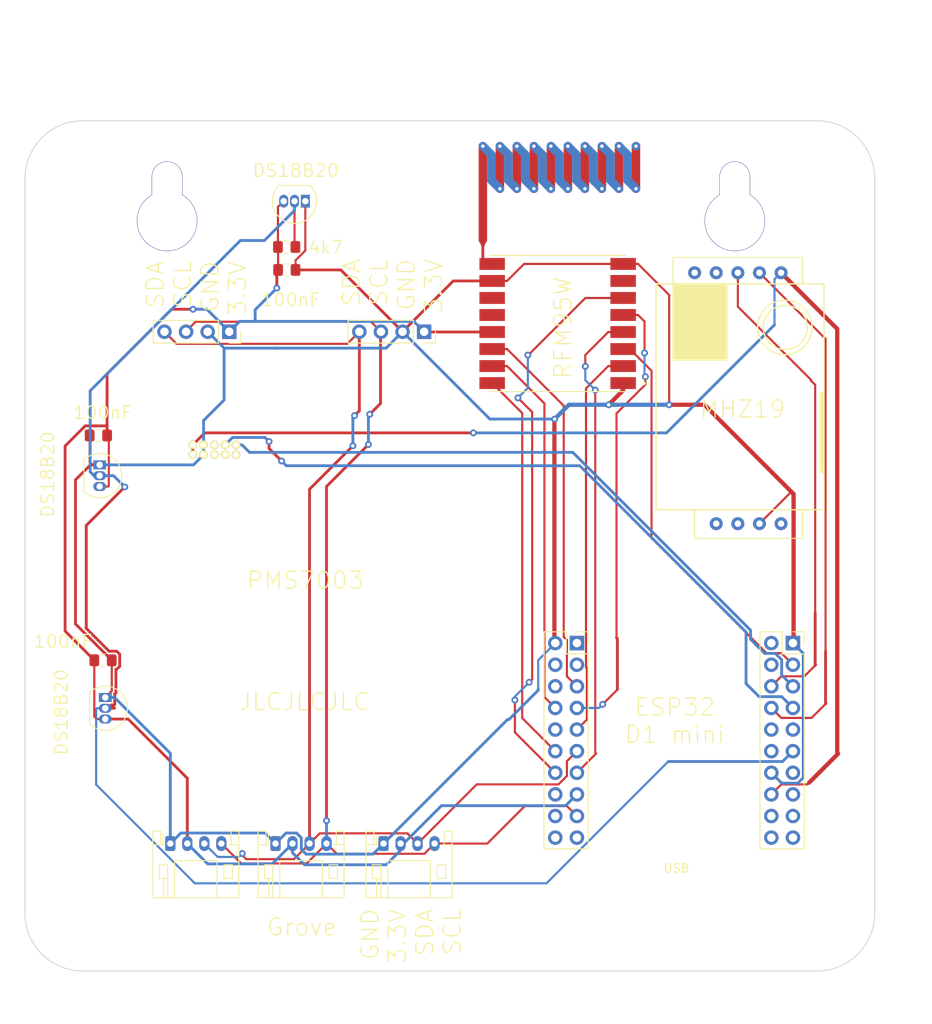
<source format=kicad_pcb>
(kicad_pcb (version 20171130) (host pcbnew "(5.1.6-0-10_14)")

  (general
    (thickness 1.6)
    (drawings 36)
    (tracks 349)
    (zones 0)
    (modules 26)
    (nets 49)
  )

  (page A4)
  (layers
    (0 F.Cu signal)
    (31 B.Cu signal)
    (32 B.Adhes user)
    (33 F.Adhes user)
    (34 B.Paste user)
    (35 F.Paste user)
    (36 B.SilkS user)
    (37 F.SilkS user)
    (38 B.Mask user)
    (39 F.Mask user)
    (40 Dwgs.User user)
    (41 Cmts.User user)
    (42 Eco1.User user)
    (43 Eco2.User user)
    (44 Edge.Cuts user)
    (45 Margin user)
    (46 B.CrtYd user)
    (47 F.CrtYd user)
    (48 B.Fab user)
    (49 F.Fab user)
  )

  (setup
    (last_trace_width 0.5)
    (user_trace_width 0.33)
    (user_trace_width 0.5)
    (trace_clearance 0.2)
    (zone_clearance 0.508)
    (zone_45_only no)
    (trace_min 0.2)
    (via_size 0.8)
    (via_drill 0.4)
    (via_min_size 0.4)
    (via_min_drill 0.3)
    (uvia_size 0.3)
    (uvia_drill 0.1)
    (uvias_allowed no)
    (uvia_min_size 0.2)
    (uvia_min_drill 0.1)
    (edge_width 0.05)
    (segment_width 0.2)
    (pcb_text_width 0.3)
    (pcb_text_size 1.5 1.5)
    (mod_edge_width 0.12)
    (mod_text_size 1 1)
    (mod_text_width 0.15)
    (pad_size 1.524 1.524)
    (pad_drill 0.762)
    (pad_to_mask_clearance 0.05)
    (aux_axis_origin 94.4372 68.8848)
    (grid_origin 100.9396 63.2968)
    (visible_elements FFFFFF7F)
    (pcbplotparams
      (layerselection 0x010fc_ffffffff)
      (usegerberextensions false)
      (usegerberattributes true)
      (usegerberadvancedattributes true)
      (creategerberjobfile true)
      (excludeedgelayer true)
      (linewidth 0.100000)
      (plotframeref false)
      (viasonmask false)
      (mode 1)
      (useauxorigin false)
      (hpglpennumber 1)
      (hpglpenspeed 20)
      (hpglpendiameter 15.000000)
      (psnegative false)
      (psa4output false)
      (plotreference true)
      (plotvalue true)
      (plotinvisibletext false)
      (padsonsilk false)
      (subtractmaskfromsilk false)
      (outputformat 1)
      (mirror false)
      (drillshape 0)
      (scaleselection 1)
      (outputdirectory ""))
  )

  (net 0 "")
  (net 1 "Net-(J1-Pad5)")
  (net 2 "Net-(J1-Pad4)")
  (net 3 "Net-(J1-Pad1)")
  (net 4 "Net-(U2-Pad6)")
  (net 5 "Net-(U2-Pad8)")
  (net 6 "Net-(U2-Pad10)")
  (net 7 "Net-(U2-Pad5)")
  (net 8 CMD)
  (net 9 SD3)
  (net 10 SD2)
  (net 11 NC)
  (net 12 3.3V)
  (net 13 IO5)
  (net 14 IO34)
  (net 15 IO33)
  (net 16 IO19)
  (net 17 IO35)
  (net 18 IO18)
  (net 19 SVN)
  (net 20 IO26)
  (net 21 SVP)
  (net 22 GND)
  (net 23 RST)
  (net 24 SD0)
  (net 25 CLK)
  (net 26 SDI)
  (net 27 5V)
  (net 28 IO2)
  (net 29 IO0)
  (net 30 IO16)
  (net 31 IO17)
  (net 32 TDI)
  (net 33 IO21)
  (net 34 IO32)
  (net 35 IO22)
  (net 36 IO25)
  (net 37 ESP_RXD)
  (net 38 IO27)
  (net 39 ESP_TXD)
  (net 40 I2C_SDA)
  (net 41 I2C_SCL)
  (net 42 1wire)
  (net 43 "Net-(AE1-Pad1)")
  (net 44 "Net-(U3-Pad12)")
  (net 45 "Net-(U3-Pad11)")
  (net 46 "Net-(U3-Pad7)")
  (net 47 IO15)
  (net 48 IO14)

  (net_class Default "This is the default net class."
    (clearance 0.2)
    (trace_width 0.25)
    (via_dia 0.8)
    (via_drill 0.4)
    (uvia_dia 0.3)
    (uvia_drill 0.1)
    (add_net 1wire)
    (add_net 3.3V)
    (add_net 5V)
    (add_net CLK)
    (add_net CMD)
    (add_net ESP_RXD)
    (add_net ESP_TXD)
    (add_net GND)
    (add_net I2C_SCL)
    (add_net I2C_SDA)
    (add_net IO0)
    (add_net IO14)
    (add_net IO15)
    (add_net IO16)
    (add_net IO17)
    (add_net IO18)
    (add_net IO19)
    (add_net IO2)
    (add_net IO21)
    (add_net IO22)
    (add_net IO25)
    (add_net IO26)
    (add_net IO27)
    (add_net IO32)
    (add_net IO33)
    (add_net IO34)
    (add_net IO35)
    (add_net IO5)
    (add_net NC)
    (add_net "Net-(AE1-Pad1)")
    (add_net "Net-(J1-Pad1)")
    (add_net "Net-(J1-Pad4)")
    (add_net "Net-(J1-Pad5)")
    (add_net "Net-(U2-Pad10)")
    (add_net "Net-(U2-Pad5)")
    (add_net "Net-(U2-Pad6)")
    (add_net "Net-(U2-Pad8)")
    (add_net "Net-(U3-Pad11)")
    (add_net "Net-(U3-Pad12)")
    (add_net "Net-(U3-Pad7)")
    (add_net RST)
    (add_net SD0)
    (add_net SD2)
    (add_net SD3)
    (add_net SDI)
    (add_net SVN)
    (add_net SVP)
    (add_net TDI)
  )

  (module MountingHole:MountingHole_5.3mm_M5 (layer F.Cu) (tedit 56D1B4CB) (tstamp 5F48D801)
    (at 154.4828 112.4204)
    (descr "Mounting Hole 5.3mm, no annular, M5")
    (tags "mounting hole 5.3mm no annular m5")
    (attr virtual)
    (fp_text reference REF** (at 0 -6.3) (layer F.SilkS) hide
      (effects (font (size 1 1) (thickness 0.15)))
    )
    (fp_text value MountingHole_5.3mm_M5 (at 0 6.3) (layer F.Fab)
      (effects (font (size 1 1) (thickness 0.15)))
    )
    (fp_circle (center 0 0) (end 5.55 0) (layer F.CrtYd) (width 0.05))
    (fp_circle (center 0 0) (end 5.3 0) (layer Cmts.User) (width 0.15))
    (fp_text user %R (at 0.3 0) (layer F.Fab)
      (effects (font (size 1 1) (thickness 0.15)))
    )
    (pad 1 np_thru_hole circle (at 0 0) (size 5.3 5.3) (drill 5.3) (layers *.Cu *.Mask))
  )

  (module MountingHole:MountingHole_5.3mm_M5 (layer F.Cu) (tedit 56D1B4CB) (tstamp 5F48D640)
    (at 112.6744 112.4204)
    (descr "Mounting Hole 5.3mm, no annular, M5")
    (tags "mounting hole 5.3mm no annular m5")
    (attr virtual)
    (fp_text reference REF** (at 0 -6.3) (layer F.SilkS) hide
      (effects (font (size 1 1) (thickness 0.15)))
    )
    (fp_text value MountingHole_5.3mm_M5 (at 0 6.3) (layer F.Fab)
      (effects (font (size 1 1) (thickness 0.15)))
    )
    (fp_text user %R (at 0.3 0) (layer F.Fab)
      (effects (font (size 1 1) (thickness 0.15)))
    )
    (fp_circle (center 0 0) (end 5.3 0) (layer Cmts.User) (width 0.15))
    (fp_circle (center 0 0) (end 5.55 0) (layer F.CrtYd) (width 0.05))
    (pad 1 np_thru_hole circle (at 0 0) (size 5.3 5.3) (drill 5.3) (layers *.Cu *.Mask))
  )

  (module MountingHole:MountingHole_3.2mm_M3 (layer F.Cu) (tedit 56D1B4CB) (tstamp 5F48D448)
    (at 194.4624 149.606)
    (descr "Mounting Hole 3.2mm, no annular, M3")
    (tags "mounting hole 3.2mm no annular m3")
    (attr virtual)
    (fp_text reference REF** (at 0 -4.2) (layer F.SilkS) hide
      (effects (font (size 1 1) (thickness 0.15)))
    )
    (fp_text value MountingHole_3.2mm_M3 (at 0 4.2) (layer F.Fab)
      (effects (font (size 1 1) (thickness 0.15)))
    )
    (fp_text user %R (at 0.3 0) (layer F.Fab)
      (effects (font (size 1 1) (thickness 0.15)))
    )
    (fp_circle (center 0 0) (end 3.2 0) (layer Cmts.User) (width 0.15))
    (fp_circle (center 0 0) (end 3.45 0) (layer F.CrtYd) (width 0.05))
    (pad 1 np_thru_hole circle (at 0 0) (size 3.2 3.2) (drill 3.2) (layers *.Cu *.Mask))
  )

  (module MountingHole:MountingHole_3.2mm_M3 (layer F.Cu) (tedit 56D1B4CB) (tstamp 5F48D43A)
    (at 107.5436 149.6568)
    (descr "Mounting Hole 3.2mm, no annular, M3")
    (tags "mounting hole 3.2mm no annular m3")
    (attr virtual)
    (fp_text reference REF** (at 0 -4.2) (layer F.SilkS) hide
      (effects (font (size 1 1) (thickness 0.15)))
    )
    (fp_text value MountingHole_3.2mm_M3 (at 0 4.2) (layer F.Fab)
      (effects (font (size 1 1) (thickness 0.15)))
    )
    (fp_circle (center 0 0) (end 3.45 0) (layer F.CrtYd) (width 0.05))
    (fp_circle (center 0 0) (end 3.2 0) (layer Cmts.User) (width 0.15))
    (fp_text user %R (at 0.3 0) (layer F.Fab)
      (effects (font (size 1 1) (thickness 0.15)))
    )
    (pad 1 np_thru_hole circle (at 0 0) (size 3.2 3.2) (drill 3.2) (layers *.Cu *.Mask))
  )

  (module MountingHole:MountingHole_3.2mm_M3 (layer F.Cu) (tedit 56D1B4CB) (tstamp 5F48D41D)
    (at 194.4624 63.2968)
    (descr "Mounting Hole 3.2mm, no annular, M3")
    (tags "mounting hole 3.2mm no annular m3")
    (attr virtual)
    (fp_text reference REF** (at 0 -4.2) (layer F.SilkS) hide
      (effects (font (size 1 1) (thickness 0.15)))
    )
    (fp_text value MountingHole_3.2mm_M3 (at 0 4.2) (layer F.Fab)
      (effects (font (size 1 1) (thickness 0.15)))
    )
    (fp_circle (center 0 0) (end 3.45 0) (layer F.CrtYd) (width 0.05))
    (fp_circle (center 0 0) (end 3.2 0) (layer Cmts.User) (width 0.15))
    (fp_text user %R (at 0.3 0) (layer F.Fab)
      (effects (font (size 1 1) (thickness 0.15)))
    )
    (pad 1 np_thru_hole circle (at 0 0) (size 3.2 3.2) (drill 3.2) (layers *.Cu *.Mask))
  )

  (module MountingHole:MountingHole_3.2mm_M3 (layer F.Cu) (tedit 56D1B4CB) (tstamp 5F48D9CE)
    (at 107.5944 63.246)
    (descr "Mounting Hole 3.2mm, no annular, M3")
    (tags "mounting hole 3.2mm no annular m3")
    (attr virtual)
    (fp_text reference REF** (at 0 -4.2) (layer F.SilkS) hide
      (effects (font (size 1 1) (thickness 0.15)))
    )
    (fp_text value MountingHole_3.2mm_M3 (at 0 4.2) (layer F.Fab)
      (effects (font (size 1 1) (thickness 0.15)))
    )
    (fp_text user %R (at 0.3 0) (layer F.Fab)
      (effects (font (size 1 1) (thickness 0.15)))
    )
    (fp_circle (center 0 0) (end 3.2 0) (layer Cmts.User) (width 0.15))
    (fp_circle (center 0 0) (end 3.45 0) (layer F.CrtYd) (width 0.05))
    (pad 1 np_thru_hole circle (at 0 0) (size 3.2 3.2) (drill 3.2) (layers *.Cu *.Mask))
  )

  (module parts_models:keyhole (layer F.Cu) (tedit 5F48081E) (tstamp 5F48CBDD)
    (at 178.7398 66.5988)
    (fp_text reference G*** (at 0 0) (layer F.SilkS) hide
      (effects (font (size 1.524 1.524) (thickness 0.3)))
    )
    (fp_text value LOGO (at 0.75 0) (layer F.SilkS) hide
      (effects (font (size 1.524 1.524) (thickness 0.3)))
    )
    (pad "" np_thru_hole oval (at 5.715 -1.778) (size 3.6 7.1) (drill oval 3.5 7) (layers *.Cu *.Mask))
    (pad "" np_thru_hole oval (at 5.715 1.651) (size 7.1 7.1) (drill oval 7) (layers *.Cu *.Mask))
  )

  (module parts_models:keyhole (layer F.Cu) (tedit 5F48081E) (tstamp 5F48CBDB)
    (at 111.9886 66.5988)
    (fp_text reference G*** (at 0 0) (layer F.SilkS) hide
      (effects (font (size 1.524 1.524) (thickness 0.3)))
    )
    (fp_text value LOGO (at 0.75 0) (layer F.SilkS) hide
      (effects (font (size 1.524 1.524) (thickness 0.3)))
    )
    (pad "" np_thru_hole oval (at 5.715 1.651) (size 7.1 7.1) (drill oval 7) (layers *.Cu *.Mask))
    (pad "" np_thru_hole oval (at 5.715 -1.778) (size 3.6 7.1) (drill oval 3.5 7) (layers *.Cu *.Mask))
  )

  (module Package_TO_SOT_THT:TO-92_Inline (layer F.Cu) (tedit 5A1DD157) (tstamp 5F489B6A)
    (at 110.4392 124.2568 270)
    (descr "TO-92 leads in-line, narrow, oval pads, drill 0.75mm (see NXP sot054_po.pdf)")
    (tags "to-92 sc-43 sc-43a sot54 PA33 transistor")
    (path /5F4AED37)
    (fp_text reference U5 (at 1.27 -3.56 90) (layer F.SilkS) hide
      (effects (font (size 1 1) (thickness 0.15)))
    )
    (fp_text value DS18B20 (at 1.27 2.79 90) (layer F.Fab)
      (effects (font (size 1 1) (thickness 0.15)))
    )
    (fp_line (start 4 2.01) (end -1.46 2.01) (layer F.CrtYd) (width 0.05))
    (fp_line (start 4 2.01) (end 4 -2.73) (layer F.CrtYd) (width 0.05))
    (fp_line (start -1.46 -2.73) (end -1.46 2.01) (layer F.CrtYd) (width 0.05))
    (fp_line (start -1.46 -2.73) (end 4 -2.73) (layer F.CrtYd) (width 0.05))
    (fp_line (start -0.5 1.75) (end 3 1.75) (layer F.Fab) (width 0.1))
    (fp_line (start -0.53 1.85) (end 3.07 1.85) (layer F.SilkS) (width 0.12))
    (fp_arc (start 1.27 0) (end 1.27 -2.6) (angle 135) (layer F.SilkS) (width 0.12))
    (fp_arc (start 1.27 0) (end 1.27 -2.48) (angle -135) (layer F.Fab) (width 0.1))
    (fp_arc (start 1.27 0) (end 1.27 -2.6) (angle -135) (layer F.SilkS) (width 0.12))
    (fp_arc (start 1.27 0) (end 1.27 -2.48) (angle 135) (layer F.Fab) (width 0.1))
    (fp_text user %R (at 1.27 -3.56 90) (layer F.Fab)
      (effects (font (size 1 1) (thickness 0.15)))
    )
    (pad 1 thru_hole rect (at 0 0 270) (size 1.05 1.5) (drill 0.75) (layers *.Cu *.Mask)
      (net 22 GND))
    (pad 3 thru_hole oval (at 2.54 0 270) (size 1.05 1.5) (drill 0.75) (layers *.Cu *.Mask)
      (net 12 3.3V))
    (pad 2 thru_hole oval (at 1.27 0 270) (size 1.05 1.5) (drill 0.75) (layers *.Cu *.Mask)
      (net 42 1wire))
    (model ${KISYS3DMOD}/Package_TO_SOT_THT.3dshapes/TO-92_Inline.wrl
      (at (xyz 0 0 0))
      (scale (xyz 1 1 1))
      (rotate (xyz 0 0 0))
    )
  )

  (module Capacitor_SMD:C_0805_2012Metric_Pad1.15x1.40mm_HandSolder (layer F.Cu) (tedit 5B36C52B) (tstamp 5F489820)
    (at 110.1762 119.888)
    (descr "Capacitor SMD 0805 (2012 Metric), square (rectangular) end terminal, IPC_7351 nominal with elongated pad for handsoldering. (Body size source: https://docs.google.com/spreadsheets/d/1BsfQQcO9C6DZCsRaXUlFlo91Tg2WpOkGARC1WS5S8t0/edit?usp=sharing), generated with kicad-footprint-generator")
    (tags "capacitor handsolder")
    (path /5F4B0F8E)
    (attr smd)
    (fp_text reference C3 (at 0 -1.65) (layer F.SilkS) hide
      (effects (font (size 1 1) (thickness 0.15)))
    )
    (fp_text value 100nF (at 0 1.65) (layer F.Fab)
      (effects (font (size 1 1) (thickness 0.15)))
    )
    (fp_line (start 1.85 0.95) (end -1.85 0.95) (layer F.CrtYd) (width 0.05))
    (fp_line (start 1.85 -0.95) (end 1.85 0.95) (layer F.CrtYd) (width 0.05))
    (fp_line (start -1.85 -0.95) (end 1.85 -0.95) (layer F.CrtYd) (width 0.05))
    (fp_line (start -1.85 0.95) (end -1.85 -0.95) (layer F.CrtYd) (width 0.05))
    (fp_line (start -0.261252 0.71) (end 0.261252 0.71) (layer F.SilkS) (width 0.12))
    (fp_line (start -0.261252 -0.71) (end 0.261252 -0.71) (layer F.SilkS) (width 0.12))
    (fp_line (start 1 0.6) (end -1 0.6) (layer F.Fab) (width 0.1))
    (fp_line (start 1 -0.6) (end 1 0.6) (layer F.Fab) (width 0.1))
    (fp_line (start -1 -0.6) (end 1 -0.6) (layer F.Fab) (width 0.1))
    (fp_line (start -1 0.6) (end -1 -0.6) (layer F.Fab) (width 0.1))
    (fp_text user %R (at 0 0) (layer F.Fab)
      (effects (font (size 0.5 0.5) (thickness 0.08)))
    )
    (pad 2 smd roundrect (at 1.025 0) (size 1.15 1.4) (layers F.Cu F.Paste F.Mask) (roundrect_rratio 0.217391)
      (net 22 GND))
    (pad 1 smd roundrect (at -1.025 0) (size 1.15 1.4) (layers F.Cu F.Paste F.Mask) (roundrect_rratio 0.217391)
      (net 12 3.3V))
    (model ${KISYS3DMOD}/Capacitor_SMD.3dshapes/C_0805_2012Metric.wrl
      (at (xyz 0 0 0))
      (scale (xyz 1 1 1))
      (rotate (xyz 0 0 0))
    )
  )

  (module Connector_JST:JST_PH_S4B-PH-K_1x04_P2.00mm_Horizontal (layer F.Cu) (tedit 5B7745C6) (tstamp 5F487E0F)
    (at 143.1544 141.4272)
    (descr "JST PH series connector, S4B-PH-K (http://www.jst-mfg.com/product/pdf/eng/ePH.pdf), generated with kicad-footprint-generator")
    (tags "connector JST PH top entry")
    (path /5F4A6462)
    (fp_text reference J8 (at 3 -2.55) (layer F.SilkS) hide
      (effects (font (size 1 1) (thickness 0.15)))
    )
    (fp_text value Conn_01x04_Male (at 3 7.45) (layer F.Fab)
      (effects (font (size 1 1) (thickness 0.15)))
    )
    (fp_line (start 0.5 1.375) (end 0 0.875) (layer F.Fab) (width 0.1))
    (fp_line (start -0.5 1.375) (end 0.5 1.375) (layer F.Fab) (width 0.1))
    (fp_line (start 0 0.875) (end -0.5 1.375) (layer F.Fab) (width 0.1))
    (fp_line (start -0.86 0.14) (end -0.86 -1.075) (layer F.SilkS) (width 0.12))
    (fp_line (start 7.25 0.25) (end -1.25 0.25) (layer F.Fab) (width 0.1))
    (fp_line (start 7.25 -1.35) (end 7.25 0.25) (layer F.Fab) (width 0.1))
    (fp_line (start 7.95 -1.35) (end 7.25 -1.35) (layer F.Fab) (width 0.1))
    (fp_line (start 7.95 6.25) (end 7.95 -1.35) (layer F.Fab) (width 0.1))
    (fp_line (start -1.95 6.25) (end 7.95 6.25) (layer F.Fab) (width 0.1))
    (fp_line (start -1.95 -1.35) (end -1.95 6.25) (layer F.Fab) (width 0.1))
    (fp_line (start -1.25 -1.35) (end -1.95 -1.35) (layer F.Fab) (width 0.1))
    (fp_line (start -1.25 0.25) (end -1.25 -1.35) (layer F.Fab) (width 0.1))
    (fp_line (start 8.45 -1.85) (end -2.45 -1.85) (layer F.CrtYd) (width 0.05))
    (fp_line (start 8.45 6.75) (end 8.45 -1.85) (layer F.CrtYd) (width 0.05))
    (fp_line (start -2.45 6.75) (end 8.45 6.75) (layer F.CrtYd) (width 0.05))
    (fp_line (start -2.45 -1.85) (end -2.45 6.75) (layer F.CrtYd) (width 0.05))
    (fp_line (start -0.8 4.1) (end -0.8 6.36) (layer F.SilkS) (width 0.12))
    (fp_line (start -0.3 4.1) (end -0.3 6.36) (layer F.SilkS) (width 0.12))
    (fp_line (start 6.3 2.5) (end 7.3 2.5) (layer F.SilkS) (width 0.12))
    (fp_line (start 6.3 4.1) (end 6.3 2.5) (layer F.SilkS) (width 0.12))
    (fp_line (start 7.3 4.1) (end 6.3 4.1) (layer F.SilkS) (width 0.12))
    (fp_line (start 7.3 2.5) (end 7.3 4.1) (layer F.SilkS) (width 0.12))
    (fp_line (start -0.3 2.5) (end -1.3 2.5) (layer F.SilkS) (width 0.12))
    (fp_line (start -0.3 4.1) (end -0.3 2.5) (layer F.SilkS) (width 0.12))
    (fp_line (start -1.3 4.1) (end -0.3 4.1) (layer F.SilkS) (width 0.12))
    (fp_line (start -1.3 2.5) (end -1.3 4.1) (layer F.SilkS) (width 0.12))
    (fp_line (start 8.06 0.14) (end 7.14 0.14) (layer F.SilkS) (width 0.12))
    (fp_line (start -2.06 0.14) (end -1.14 0.14) (layer F.SilkS) (width 0.12))
    (fp_line (start 5.5 2) (end 5.5 6.36) (layer F.SilkS) (width 0.12))
    (fp_line (start 0.5 2) (end 5.5 2) (layer F.SilkS) (width 0.12))
    (fp_line (start 0.5 6.36) (end 0.5 2) (layer F.SilkS) (width 0.12))
    (fp_line (start 7.14 0.14) (end 6.86 0.14) (layer F.SilkS) (width 0.12))
    (fp_line (start 7.14 -1.46) (end 7.14 0.14) (layer F.SilkS) (width 0.12))
    (fp_line (start 8.06 -1.46) (end 7.14 -1.46) (layer F.SilkS) (width 0.12))
    (fp_line (start 8.06 6.36) (end 8.06 -1.46) (layer F.SilkS) (width 0.12))
    (fp_line (start -2.06 6.36) (end 8.06 6.36) (layer F.SilkS) (width 0.12))
    (fp_line (start -2.06 -1.46) (end -2.06 6.36) (layer F.SilkS) (width 0.12))
    (fp_line (start -1.14 -1.46) (end -2.06 -1.46) (layer F.SilkS) (width 0.12))
    (fp_line (start -1.14 0.14) (end -1.14 -1.46) (layer F.SilkS) (width 0.12))
    (fp_line (start -0.86 0.14) (end -1.14 0.14) (layer F.SilkS) (width 0.12))
    (fp_text user %R (at 3 2.5) (layer F.Fab)
      (effects (font (size 1 1) (thickness 0.15)))
    )
    (pad 4 thru_hole oval (at 6 0) (size 1.2 1.75) (drill 0.75) (layers *.Cu *.Mask)
      (net 41 I2C_SCL))
    (pad 3 thru_hole oval (at 4 0) (size 1.2 1.75) (drill 0.75) (layers *.Cu *.Mask)
      (net 40 I2C_SDA))
    (pad 2 thru_hole oval (at 2 0) (size 1.2 1.75) (drill 0.75) (layers *.Cu *.Mask)
      (net 12 3.3V))
    (pad 1 thru_hole roundrect (at 0 0) (size 1.2 1.75) (drill 0.75) (layers *.Cu *.Mask) (roundrect_rratio 0.208333)
      (net 22 GND))
    (model ${KISYS3DMOD}/Connector_JST.3dshapes/JST_PH_S4B-PH-K_1x04_P2.00mm_Horizontal.wrl
      (at (xyz 0 0 0))
      (scale (xyz 1 1 1))
      (rotate (xyz 0 0 0))
    )
  )

  (module Package_TO_SOT_THT:TO-92_Inline (layer F.Cu) (tedit 5A1DD157) (tstamp 5F4880FC)
    (at 109.7788 96.9264 270)
    (descr "TO-92 leads in-line, narrow, oval pads, drill 0.75mm (see NXP sot054_po.pdf)")
    (tags "to-92 sc-43 sc-43a sot54 PA33 transistor")
    (path /5F4A4648)
    (fp_text reference U4 (at 1.27 -3.56 90) (layer F.SilkS) hide
      (effects (font (size 1 1) (thickness 0.15)))
    )
    (fp_text value DS18B20 (at 1.27 2.79 90) (layer F.Fab)
      (effects (font (size 1 1) (thickness 0.15)))
    )
    (fp_line (start 4 2.01) (end -1.46 2.01) (layer F.CrtYd) (width 0.05))
    (fp_line (start 4 2.01) (end 4 -2.73) (layer F.CrtYd) (width 0.05))
    (fp_line (start -1.46 -2.73) (end -1.46 2.01) (layer F.CrtYd) (width 0.05))
    (fp_line (start -1.46 -2.73) (end 4 -2.73) (layer F.CrtYd) (width 0.05))
    (fp_line (start -0.5 1.75) (end 3 1.75) (layer F.Fab) (width 0.1))
    (fp_line (start -0.53 1.85) (end 3.07 1.85) (layer F.SilkS) (width 0.12))
    (fp_arc (start 1.27 0) (end 1.27 -2.6) (angle 135) (layer F.SilkS) (width 0.12))
    (fp_arc (start 1.27 0) (end 1.27 -2.48) (angle -135) (layer F.Fab) (width 0.1))
    (fp_arc (start 1.27 0) (end 1.27 -2.6) (angle -135) (layer F.SilkS) (width 0.12))
    (fp_arc (start 1.27 0) (end 1.27 -2.48) (angle 135) (layer F.Fab) (width 0.1))
    (fp_text user %R (at 1.27 -3.56 90) (layer F.Fab)
      (effects (font (size 1 1) (thickness 0.15)))
    )
    (pad 1 thru_hole rect (at 0 0 270) (size 1.05 1.5) (drill 0.75) (layers *.Cu *.Mask)
      (net 22 GND))
    (pad 3 thru_hole oval (at 2.54 0 270) (size 1.05 1.5) (drill 0.75) (layers *.Cu *.Mask)
      (net 12 3.3V))
    (pad 2 thru_hole oval (at 1.27 0 270) (size 1.05 1.5) (drill 0.75) (layers *.Cu *.Mask)
      (net 42 1wire))
    (model ${KISYS3DMOD}/Package_TO_SOT_THT.3dshapes/TO-92_Inline.wrl
      (at (xyz 0 0 0))
      (scale (xyz 1 1 1))
      (rotate (xyz 0 0 0))
    )
  )

  (module Capacitor_SMD:C_0805_2012Metric_Pad1.15x1.40mm_HandSolder (layer F.Cu) (tedit 5B36C52B) (tstamp 5F48812E)
    (at 109.6264 93.472 180)
    (descr "Capacitor SMD 0805 (2012 Metric), square (rectangular) end terminal, IPC_7351 nominal with elongated pad for handsoldering. (Body size source: https://docs.google.com/spreadsheets/d/1BsfQQcO9C6DZCsRaXUlFlo91Tg2WpOkGARC1WS5S8t0/edit?usp=sharing), generated with kicad-footprint-generator")
    (tags "capacitor handsolder")
    (path /5F4A50D3)
    (attr smd)
    (fp_text reference C2 (at 0 -1.65) (layer F.SilkS) hide
      (effects (font (size 1 1) (thickness 0.15)))
    )
    (fp_text value 100nF (at -0.0508 3.7084) (layer F.Fab)
      (effects (font (size 1 1) (thickness 0.15)))
    )
    (fp_line (start 1.85 0.95) (end -1.85 0.95) (layer F.CrtYd) (width 0.05))
    (fp_line (start 1.85 -0.95) (end 1.85 0.95) (layer F.CrtYd) (width 0.05))
    (fp_line (start -1.85 -0.95) (end 1.85 -0.95) (layer F.CrtYd) (width 0.05))
    (fp_line (start -1.85 0.95) (end -1.85 -0.95) (layer F.CrtYd) (width 0.05))
    (fp_line (start -0.261252 0.71) (end 0.261252 0.71) (layer F.SilkS) (width 0.12))
    (fp_line (start -0.261252 -0.71) (end 0.261252 -0.71) (layer F.SilkS) (width 0.12))
    (fp_line (start 1 0.6) (end -1 0.6) (layer F.Fab) (width 0.1))
    (fp_line (start 1 -0.6) (end 1 0.6) (layer F.Fab) (width 0.1))
    (fp_line (start -1 -0.6) (end 1 -0.6) (layer F.Fab) (width 0.1))
    (fp_line (start -1 0.6) (end -1 -0.6) (layer F.Fab) (width 0.1))
    (fp_text user %R (at 0 0) (layer F.Fab)
      (effects (font (size 0.5 0.5) (thickness 0.08)))
    )
    (pad 2 smd roundrect (at 1.025 0 180) (size 1.15 1.4) (layers F.Cu F.Paste F.Mask) (roundrect_rratio 0.217391)
      (net 22 GND))
    (pad 1 smd roundrect (at -1.025 0 180) (size 1.15 1.4) (layers F.Cu F.Paste F.Mask) (roundrect_rratio 0.217391)
      (net 12 3.3V))
    (model ${KISYS3DMOD}/Capacitor_SMD.3dshapes/C_0805_2012Metric.wrl
      (at (xyz 0 0 0))
      (scale (xyz 1 1 1))
      (rotate (xyz 0 0 0))
    )
  )

  (module RFM95W-915S2:XCVR_RFM95W-915S2 (layer F.Cu) (tedit 5F47D5EA) (tstamp 5F487FAA)
    (at 163.6268 80.3148 180)
    (path /5F49AD01)
    (fp_text reference U3 (at -6.63079 -9.54026) (layer F.SilkS)
      (effects (font (size 1 1) (thickness 0.015)))
    )
    (fp_text value RFM95W-868S2 (at 0.6917 9.5683) (layer F.Fab)
      (effects (font (size 1 1) (thickness 0.015)))
    )
    (fp_line (start -8 8) (end 8 8) (layer F.SilkS) (width 0.127))
    (fp_line (start -8 -8) (end 8 -8) (layer F.SilkS) (width 0.127))
    (fp_circle (center -10.15 -7.05) (end -10.05 -7.05) (layer F.Fab) (width 0.2))
    (fp_circle (center -10.15 -7.05) (end -10.05 -7.05) (layer F.SilkS) (width 0.2))
    (fp_line (start -8.25 -7.95) (end -8.25 -8.25) (layer F.CrtYd) (width 0.05))
    (fp_line (start -9.45 -7.95) (end -8.25 -7.95) (layer F.CrtYd) (width 0.05))
    (fp_line (start -9.45 7.95) (end -9.45 -7.95) (layer F.CrtYd) (width 0.05))
    (fp_line (start -8.25 7.95) (end -9.45 7.95) (layer F.CrtYd) (width 0.05))
    (fp_line (start -8.25 8.25) (end -8.25 7.95) (layer F.CrtYd) (width 0.05))
    (fp_line (start 8.25 8.25) (end -8.25 8.25) (layer F.CrtYd) (width 0.05))
    (fp_line (start 8.25 7.95) (end 8.25 8.25) (layer F.CrtYd) (width 0.05))
    (fp_line (start 9.45 7.95) (end 8.25 7.95) (layer F.CrtYd) (width 0.05))
    (fp_line (start 9.45 -7.95) (end 9.45 7.95) (layer F.CrtYd) (width 0.05))
    (fp_line (start 8.25 -7.95) (end 9.45 -7.95) (layer F.CrtYd) (width 0.05))
    (fp_line (start 8.25 -8.25) (end 8.25 -7.95) (layer F.CrtYd) (width 0.05))
    (fp_line (start -8.25 -8.25) (end 8.25 -8.25) (layer F.CrtYd) (width 0.05))
    (fp_line (start 8 8) (end -8 8) (layer F.Fab) (width 0.127))
    (fp_line (start 8 -8) (end 8 8) (layer F.Fab) (width 0.127))
    (fp_line (start -8 -8) (end 8 -8) (layer F.Fab) (width 0.127))
    (fp_line (start -8 8) (end -8 -8) (layer F.Fab) (width 0.127))
    (pad 16 smd rect (at 7.7 -7 180) (size 3 1.4) (layers F.Cu F.Paste F.Mask)
      (net 14 IO34))
    (pad 15 smd rect (at 7.7 -5 180) (size 3 1.4) (layers F.Cu F.Paste F.Mask)
      (net 17 IO35))
    (pad 14 smd rect (at 7.7 -3 180) (size 3 1.4) (layers F.Cu F.Paste F.Mask)
      (net 20 IO26))
    (pad 13 smd rect (at 7.7 -1 180) (size 3 1.4) (layers F.Cu F.Paste F.Mask)
      (net 12 3.3V))
    (pad 12 smd rect (at 7.7 1 180) (size 3 1.4) (layers F.Cu F.Paste F.Mask)
      (net 44 "Net-(U3-Pad12)"))
    (pad 11 smd rect (at 7.7 3 180) (size 3 1.4) (layers F.Cu F.Paste F.Mask)
      (net 45 "Net-(U3-Pad11)"))
    (pad 10 smd rect (at 7.7 5 180) (size 3 1.4) (layers F.Cu F.Paste F.Mask)
      (net 22 GND))
    (pad 9 smd rect (at 7.7 7 180) (size 3 1.4) (layers F.Cu F.Paste F.Mask)
      (net 43 "Net-(AE1-Pad1)"))
    (pad 8 smd rect (at -7.7 7 180) (size 3 1.4) (layers F.Cu F.Paste F.Mask)
      (net 22 GND))
    (pad 7 smd rect (at -7.7 5 180) (size 3 1.4) (layers F.Cu F.Paste F.Mask)
      (net 46 "Net-(U3-Pad7)"))
    (pad 6 smd rect (at -7.7 3 180) (size 3 1.4) (layers F.Cu F.Paste F.Mask)
      (net 48 IO14))
    (pad 5 smd rect (at -7.7 1 180) (size 3 1.4) (layers F.Cu F.Paste F.Mask)
      (net 18 IO18))
    (pad 4 smd rect (at -7.7 -1 180) (size 3 1.4) (layers F.Cu F.Paste F.Mask)
      (net 13 IO5))
    (pad 3 smd rect (at -7.7 -3 180) (size 3 1.4) (layers F.Cu F.Paste F.Mask)
      (net 38 IO27))
    (pad 2 smd rect (at -7.7 -5 180) (size 3 1.4) (layers F.Cu F.Paste F.Mask)
      (net 16 IO19))
    (pad 1 smd rect (at -7.7 -7 180) (size 3 1.4) (layers F.Cu F.Paste F.Mask)
      (net 22 GND))
    (model ${KIPRJMOD}/parts_models/RFM95W-915S2--3DModel-STEP-56544.STEP
      (at (xyz 0 0 0))
      (scale (xyz 1 1 1))
      (rotate (xyz -90 0 0))
    )
  )

  (module RF_Antenna:Texas_SWRA416_868MHz_915MHz (layer F.Cu) (tedit 5CF40AFD) (tstamp 5F4889CA)
    (at 163.83 65.278)
    (descr http://www.ti.com/lit/an/swra416/swra416.pdf)
    (tags "PCB antenna")
    (path /5F49CC45)
    (attr smd)
    (fp_text reference AE1 (at -6 6.6) (layer F.SilkS) hide
      (effects (font (size 1 1) (thickness 0.15)))
    )
    (fp_text value Antenna (at 0.1 -7.6) (layer F.Fab)
      (effects (font (size 1 1) (thickness 0.15)))
    )
    (fp_line (start -9.9 5.9) (end 9.9 5.9) (layer B.CrtYd) (width 0.05))
    (fp_line (start -9.9 -6.7) (end -9.9 5.9) (layer B.CrtYd) (width 0.05))
    (fp_line (start 9.9 5.9) (end 9.9 -6.7) (layer B.CrtYd) (width 0.05))
    (fp_line (start 9.9 -6.7) (end -9.9 -6.7) (layer B.CrtYd) (width 0.05))
    (fp_line (start 9.9 -6.7) (end -9.9 -6.7) (layer F.CrtYd) (width 0.05))
    (fp_line (start 9.9 5.9) (end 9.9 -6.7) (layer F.CrtYd) (width 0.05))
    (fp_line (start -9.9 5.9) (end 9.9 5.9) (layer F.CrtYd) (width 0.05))
    (fp_line (start -9.9 -6.7) (end -9.9 5.9) (layer F.CrtYd) (width 0.05))
    (fp_line (start 9.7 4.1) (end 8.2 5.7) (layer Dwgs.User) (width 0.12))
    (fp_line (start -8 -1.8) (end -7 -0.8) (layer B.Cu) (width 1))
    (fp_line (start -8 -4.8) (end -8 -1.8) (layer B.Cu) (width 1))
    (fp_line (start -9 -5.8) (end -8 -4.8) (layer B.Cu) (width 1))
    (fp_line (start -9 5.2) (end -9 -5.8) (layer F.Cu) (width 1))
    (fp_line (start -7 -5.8) (end -7 -0.8) (layer F.Cu) (width 1))
    (fp_line (start -5 -5.8) (end -5 -0.8) (layer F.Cu) (width 1))
    (fp_line (start -6 -1.8) (end -5 -0.8) (layer B.Cu) (width 1))
    (fp_line (start -7 -5.8) (end -6 -4.8) (layer B.Cu) (width 1))
    (fp_line (start -6 -4.8) (end -6 -1.8) (layer B.Cu) (width 1))
    (fp_line (start -3 -5.8) (end -3 -0.8) (layer F.Cu) (width 1))
    (fp_line (start -4 -1.8) (end -3 -0.8) (layer B.Cu) (width 1))
    (fp_line (start -5 -5.8) (end -4 -4.8) (layer B.Cu) (width 1))
    (fp_line (start -4 -4.8) (end -4 -1.8) (layer B.Cu) (width 1))
    (fp_line (start -1 -5.8) (end -1 -0.8) (layer F.Cu) (width 1))
    (fp_line (start -2 -4.8) (end -2 -1.8) (layer B.Cu) (width 1))
    (fp_line (start -2 -1.8) (end -1 -0.8) (layer B.Cu) (width 1))
    (fp_line (start -3 -5.8) (end -2 -4.8) (layer B.Cu) (width 1))
    (fp_line (start 1 -5.8) (end 1 -0.8) (layer F.Cu) (width 1))
    (fp_line (start 0 -4.8) (end 0 -1.8) (layer B.Cu) (width 1))
    (fp_line (start 0 -1.8) (end 1 -0.8) (layer B.Cu) (width 1))
    (fp_line (start -1 -5.8) (end 0 -4.8) (layer B.Cu) (width 1))
    (fp_line (start 3 -5.8) (end 3 -0.8) (layer F.Cu) (width 1))
    (fp_line (start 2 -4.8) (end 2 -1.8) (layer B.Cu) (width 1))
    (fp_line (start 2 -1.8) (end 3 -0.8) (layer B.Cu) (width 1))
    (fp_line (start 1 -5.8) (end 2 -4.8) (layer B.Cu) (width 1))
    (fp_line (start 5 -5.8) (end 5 -0.8) (layer F.Cu) (width 1))
    (fp_line (start 4 -4.8) (end 4 -1.8) (layer B.Cu) (width 1))
    (fp_line (start 4 -1.8) (end 5 -0.8) (layer B.Cu) (width 1))
    (fp_line (start 3 -5.8) (end 4 -4.8) (layer B.Cu) (width 1))
    (fp_line (start 7 -5.8) (end 7 -0.8) (layer F.Cu) (width 1))
    (fp_line (start 6 -4.8) (end 6 -1.8) (layer B.Cu) (width 1))
    (fp_line (start 6 -1.8) (end 7 -0.8) (layer B.Cu) (width 1))
    (fp_line (start 5 -5.8) (end 6 -4.8) (layer B.Cu) (width 1))
    (fp_line (start 9 -5.8) (end 9 -0.8) (layer F.Cu) (width 1))
    (fp_line (start 8 -4.8) (end 8 -1.8) (layer B.Cu) (width 1))
    (fp_line (start 8 -1.8) (end 9 -0.8) (layer B.Cu) (width 1))
    (fp_line (start 7 -5.8) (end 8 -4.8) (layer B.Cu) (width 1))
    (fp_line (start -9.7 -6.5) (end -9.7 5.7) (layer Dwgs.User) (width 0.15))
    (fp_line (start -9.7 5.7) (end 9.7 5.7) (layer Dwgs.User) (width 0.15))
    (fp_line (start 9.7 5.7) (end 9.7 -6.5) (layer Dwgs.User) (width 0.15))
    (fp_line (start 9.7 -6.5) (end -9.7 -6.5) (layer Dwgs.User) (width 0.15))
    (fp_line (start -9.7 -4.5) (end -7.7 -6.5) (layer Dwgs.User) (width 0.12))
    (fp_line (start -9.7 -2.5) (end -5.7 -6.5) (layer Dwgs.User) (width 0.12))
    (fp_line (start -9.7 -0.5) (end -3.7 -6.5) (layer Dwgs.User) (width 0.12))
    (fp_line (start -9.7 1.5) (end -1.7 -6.5) (layer Dwgs.User) (width 0.12))
    (fp_line (start -9.7 3.5) (end 0.3 -6.5) (layer Dwgs.User) (width 0.12))
    (fp_line (start -9.7 5.5) (end 2.3 -6.5) (layer Dwgs.User) (width 0.12))
    (fp_line (start 4.3 -6.5) (end -7.8 5.7) (layer Dwgs.User) (width 0.12))
    (fp_line (start 6.3 -6.5) (end -5.8 5.7) (layer Dwgs.User) (width 0.12))
    (fp_line (start 8.3 -6.5) (end -3.8 5.7) (layer Dwgs.User) (width 0.12))
    (fp_line (start 9.7 -5.9) (end -1.8 5.7) (layer Dwgs.User) (width 0.12))
    (fp_line (start 9.7 -3.9) (end 0.2 5.7) (layer Dwgs.User) (width 0.12))
    (fp_line (start 9.7 -1.9) (end 2.3 5.7) (layer Dwgs.User) (width 0.12))
    (fp_line (start 9.7 0.1) (end 4.3 5.7) (layer Dwgs.User) (width 0.12))
    (fp_line (start 9.7 2.1) (end 6.2 5.7) (layer Dwgs.User) (width 0.12))
    (fp_text user %R (at -0.4 6.6) (layer F.Fab)
      (effects (font (size 1 1) (thickness 0.15)))
    )
    (fp_text user " any PCB layer." (at 1 4.2) (layer Cmts.User)
      (effects (font (size 1 1) (thickness 0.15)))
    )
    (fp_text user "any components on" (at 1 2.2) (layer Cmts.User)
      (effects (font (size 1 1) (thickness 0.15)))
    )
    (fp_text user "No metal, traces or " (at 1 0.2) (layer Cmts.User)
      (effects (font (size 1 1) (thickness 0.15)))
    )
    (fp_text user "KEEP-OUT ZONE" (at 1 -2.8) (layer Cmts.User)
      (effects (font (size 1 1) (thickness 0.15)))
    )
    (pad 1 smd trapezoid (at -9 5.9 180) (size 0.4 0.8) (rect_delta 0 0.3 ) (layers F.Cu)
      (net 43 "Net-(AE1-Pad1)"))
    (pad "" thru_hole circle (at -9 -5.8 180) (size 1 1) (drill 0.4) (layers *.Cu))
    (pad "" thru_hole circle (at -7 -0.8 180) (size 1 1) (drill 0.4) (layers *.Cu))
    (pad "" thru_hole circle (at -7 -5.8 180) (size 1 1) (drill 0.4) (layers *.Cu))
    (pad "" thru_hole circle (at -5 -5.8 180) (size 1 1) (drill 0.4) (layers *.Cu))
    (pad "" thru_hole circle (at -5 -0.8 180) (size 1 1) (drill 0.4) (layers *.Cu))
    (pad "" thru_hole circle (at -3 -0.8 180) (size 1 1) (drill 0.4) (layers *.Cu))
    (pad "" thru_hole circle (at -3 -5.8 180) (size 1 1) (drill 0.4) (layers *.Cu))
    (pad "" thru_hole circle (at -1 -5.8 180) (size 1 1) (drill 0.4) (layers *.Cu))
    (pad "" thru_hole circle (at -1 -0.8 180) (size 1 1) (drill 0.4) (layers *.Cu))
    (pad "" thru_hole circle (at 1 -0.8 180) (size 1 1) (drill 0.4) (layers *.Cu))
    (pad "" thru_hole circle (at 1 -5.8 180) (size 1 1) (drill 0.4) (layers *.Cu))
    (pad "" thru_hole circle (at 3 -5.8 180) (size 1 1) (drill 0.4) (layers *.Cu))
    (pad "" thru_hole circle (at 3 -0.8 180) (size 1 1) (drill 0.4) (layers *.Cu))
    (pad "" thru_hole circle (at 5 -5.8 180) (size 1 1) (drill 0.4) (layers *.Cu))
    (pad "" thru_hole circle (at 5 -0.8 180) (size 1 1) (drill 0.4) (layers *.Cu))
    (pad "" thru_hole circle (at 7 -0.8 180) (size 1 1) (drill 0.4) (layers *.Cu))
    (pad "" thru_hole circle (at 7 -5.8 180) (size 1 1) (drill 0.4) (layers *.Cu))
    (pad "" thru_hole circle (at 9 -5.8 180) (size 1 1) (drill 0.4) (layers *.Cu))
    (pad "" thru_hole circle (at 9 -0.8 180) (size 1 1) (drill 0.4) (layers *.Cu))
  )

  (module Connector_JST:JST_PH_S4B-PH-K_1x04_P2.00mm_Horizontal (layer F.Cu) (tedit 5B7745C6) (tstamp 5F48817E)
    (at 130.4544 141.4272)
    (descr "JST PH series connector, S4B-PH-K (http://www.jst-mfg.com/product/pdf/eng/ePH.pdf), generated with kicad-footprint-generator")
    (tags "connector JST PH top entry")
    (path /5F49733D)
    (fp_text reference J7 (at 3 -2.55) (layer F.SilkS) hide
      (effects (font (size 1 1) (thickness 0.15)))
    )
    (fp_text value Conn_01x04_Male (at 3 7.45) (layer F.Fab)
      (effects (font (size 1 1) (thickness 0.15)))
    )
    (fp_line (start 0.5 1.375) (end 0 0.875) (layer F.Fab) (width 0.1))
    (fp_line (start -0.5 1.375) (end 0.5 1.375) (layer F.Fab) (width 0.1))
    (fp_line (start 0 0.875) (end -0.5 1.375) (layer F.Fab) (width 0.1))
    (fp_line (start -0.86 0.14) (end -0.86 -1.075) (layer F.SilkS) (width 0.12))
    (fp_line (start 7.25 0.25) (end -1.25 0.25) (layer F.Fab) (width 0.1))
    (fp_line (start 7.25 -1.35) (end 7.25 0.25) (layer F.Fab) (width 0.1))
    (fp_line (start 7.95 -1.35) (end 7.25 -1.35) (layer F.Fab) (width 0.1))
    (fp_line (start 7.95 6.25) (end 7.95 -1.35) (layer F.Fab) (width 0.1))
    (fp_line (start -1.95 6.25) (end 7.95 6.25) (layer F.Fab) (width 0.1))
    (fp_line (start -1.95 -1.35) (end -1.95 6.25) (layer F.Fab) (width 0.1))
    (fp_line (start -1.25 -1.35) (end -1.95 -1.35) (layer F.Fab) (width 0.1))
    (fp_line (start -1.25 0.25) (end -1.25 -1.35) (layer F.Fab) (width 0.1))
    (fp_line (start 8.45 -1.85) (end -2.45 -1.85) (layer F.CrtYd) (width 0.05))
    (fp_line (start 8.45 6.75) (end 8.45 -1.85) (layer F.CrtYd) (width 0.05))
    (fp_line (start -2.45 6.75) (end 8.45 6.75) (layer F.CrtYd) (width 0.05))
    (fp_line (start -2.45 -1.85) (end -2.45 6.75) (layer F.CrtYd) (width 0.05))
    (fp_line (start -0.8 4.1) (end -0.8 6.36) (layer F.SilkS) (width 0.12))
    (fp_line (start -0.3 4.1) (end -0.3 6.36) (layer F.SilkS) (width 0.12))
    (fp_line (start 6.3 2.5) (end 7.3 2.5) (layer F.SilkS) (width 0.12))
    (fp_line (start 6.3 4.1) (end 6.3 2.5) (layer F.SilkS) (width 0.12))
    (fp_line (start 7.3 4.1) (end 6.3 4.1) (layer F.SilkS) (width 0.12))
    (fp_line (start 7.3 2.5) (end 7.3 4.1) (layer F.SilkS) (width 0.12))
    (fp_line (start -0.3 2.5) (end -1.3 2.5) (layer F.SilkS) (width 0.12))
    (fp_line (start -0.3 4.1) (end -0.3 2.5) (layer F.SilkS) (width 0.12))
    (fp_line (start -1.3 4.1) (end -0.3 4.1) (layer F.SilkS) (width 0.12))
    (fp_line (start -1.3 2.5) (end -1.3 4.1) (layer F.SilkS) (width 0.12))
    (fp_line (start 8.06 0.14) (end 7.14 0.14) (layer F.SilkS) (width 0.12))
    (fp_line (start -2.06 0.14) (end -1.14 0.14) (layer F.SilkS) (width 0.12))
    (fp_line (start 5.5 2) (end 5.5 6.36) (layer F.SilkS) (width 0.12))
    (fp_line (start 0.5 2) (end 5.5 2) (layer F.SilkS) (width 0.12))
    (fp_line (start 0.5 6.36) (end 0.5 2) (layer F.SilkS) (width 0.12))
    (fp_line (start 7.14 0.14) (end 6.86 0.14) (layer F.SilkS) (width 0.12))
    (fp_line (start 7.14 -1.46) (end 7.14 0.14) (layer F.SilkS) (width 0.12))
    (fp_line (start 8.06 -1.46) (end 7.14 -1.46) (layer F.SilkS) (width 0.12))
    (fp_line (start 8.06 6.36) (end 8.06 -1.46) (layer F.SilkS) (width 0.12))
    (fp_line (start -2.06 6.36) (end 8.06 6.36) (layer F.SilkS) (width 0.12))
    (fp_line (start -2.06 -1.46) (end -2.06 6.36) (layer F.SilkS) (width 0.12))
    (fp_line (start -1.14 -1.46) (end -2.06 -1.46) (layer F.SilkS) (width 0.12))
    (fp_line (start -1.14 0.14) (end -1.14 -1.46) (layer F.SilkS) (width 0.12))
    (fp_line (start -0.86 0.14) (end -1.14 0.14) (layer F.SilkS) (width 0.12))
    (fp_text user %R (at 3 2.5) (layer F.Fab)
      (effects (font (size 1 1) (thickness 0.15)))
    )
    (pad 4 thru_hole oval (at 6 0) (size 1.2 1.75) (drill 0.75) (layers *.Cu *.Mask)
      (net 41 I2C_SCL))
    (pad 3 thru_hole oval (at 4 0) (size 1.2 1.75) (drill 0.75) (layers *.Cu *.Mask)
      (net 40 I2C_SDA))
    (pad 2 thru_hole oval (at 2 0) (size 1.2 1.75) (drill 0.75) (layers *.Cu *.Mask)
      (net 12 3.3V))
    (pad 1 thru_hole roundrect (at 0 0) (size 1.2 1.75) (drill 0.75) (layers *.Cu *.Mask) (roundrect_rratio 0.208333)
      (net 22 GND))
    (model ${KISYS3DMOD}/Connector_JST.3dshapes/JST_PH_S4B-PH-K_1x04_P2.00mm_Horizontal.wrl
      (at (xyz 0 0 0))
      (scale (xyz 1 1 1))
      (rotate (xyz 0 0 0))
    )
  )

  (module Connector_PinSocket_2.54mm:PinSocket_1x04_P2.54mm_Vertical (layer F.Cu) (tedit 5A19A429) (tstamp 5F484888)
    (at 125.0188 81.28 270)
    (descr "Through hole straight socket strip, 1x04, 2.54mm pitch, single row (from Kicad 4.0.7), script generated")
    (tags "Through hole socket strip THT 1x04 2.54mm single row")
    (path /5F495FD9)
    (fp_text reference J6 (at 0 -2.77 90) (layer F.SilkS) hide
      (effects (font (size 1 1) (thickness 0.15)))
    )
    (fp_text value Conn_01x04_Female (at 0 10.39 90) (layer F.Fab)
      (effects (font (size 1 1) (thickness 0.15)))
    )
    (fp_line (start -1.8 9.4) (end -1.8 -1.8) (layer F.CrtYd) (width 0.05))
    (fp_line (start 1.75 9.4) (end -1.8 9.4) (layer F.CrtYd) (width 0.05))
    (fp_line (start 1.75 -1.8) (end 1.75 9.4) (layer F.CrtYd) (width 0.05))
    (fp_line (start -1.8 -1.8) (end 1.75 -1.8) (layer F.CrtYd) (width 0.05))
    (fp_line (start 0 -1.33) (end 1.33 -1.33) (layer F.SilkS) (width 0.12))
    (fp_line (start 1.33 -1.33) (end 1.33 0) (layer F.SilkS) (width 0.12))
    (fp_line (start 1.33 1.27) (end 1.33 8.95) (layer F.SilkS) (width 0.12))
    (fp_line (start -1.33 8.95) (end 1.33 8.95) (layer F.SilkS) (width 0.12))
    (fp_line (start -1.33 1.27) (end -1.33 8.95) (layer F.SilkS) (width 0.12))
    (fp_line (start -1.33 1.27) (end 1.33 1.27) (layer F.SilkS) (width 0.12))
    (fp_line (start -1.27 8.89) (end -1.27 -1.27) (layer F.Fab) (width 0.1))
    (fp_line (start 1.27 8.89) (end -1.27 8.89) (layer F.Fab) (width 0.1))
    (fp_line (start 1.27 -0.635) (end 1.27 8.89) (layer F.Fab) (width 0.1))
    (fp_line (start 0.635 -1.27) (end 1.27 -0.635) (layer F.Fab) (width 0.1))
    (fp_line (start -1.27 -1.27) (end 0.635 -1.27) (layer F.Fab) (width 0.1))
    (fp_text user %R (at 0 3.81) (layer F.Fab)
      (effects (font (size 1 1) (thickness 0.15)))
    )
    (pad 4 thru_hole oval (at 0 7.62 270) (size 1.7 1.7) (drill 1) (layers *.Cu *.Mask)
      (net 40 I2C_SDA))
    (pad 3 thru_hole oval (at 0 5.08 270) (size 1.7 1.7) (drill 1) (layers *.Cu *.Mask)
      (net 41 I2C_SCL))
    (pad 2 thru_hole oval (at 0 2.54 270) (size 1.7 1.7) (drill 1) (layers *.Cu *.Mask)
      (net 22 GND))
    (pad 1 thru_hole rect (at 0 0 270) (size 1.7 1.7) (drill 1) (layers *.Cu *.Mask)
      (net 12 3.3V))
    (model ${KISYS3DMOD}/Connector_PinSocket_2.54mm.3dshapes/PinSocket_1x04_P2.54mm_Vertical.wrl
      (at (xyz 0 0 0))
      (scale (xyz 1 1 1))
      (rotate (xyz 0 0 0))
    )
  )

  (module Package_TO_SOT_THT:TO-92_Inline (layer F.Cu) (tedit 5A1DD157) (tstamp 5F487CD3)
    (at 133.9596 65.9384 180)
    (descr "TO-92 leads in-line, narrow, oval pads, drill 0.75mm (see NXP sot054_po.pdf)")
    (tags "to-92 sc-43 sc-43a sot54 PA33 transistor")
    (path /5F490B98)
    (fp_text reference U1 (at 5.2324 -0.4572) (layer F.SilkS) hide
      (effects (font (size 1 1) (thickness 0.15)))
    )
    (fp_text value DS18B20 (at 1.27 2.79) (layer F.Fab)
      (effects (font (size 1 1) (thickness 0.15)))
    )
    (fp_line (start 4 2.01) (end -1.46 2.01) (layer F.CrtYd) (width 0.05))
    (fp_line (start 4 2.01) (end 4 -2.73) (layer F.CrtYd) (width 0.05))
    (fp_line (start -1.46 -2.73) (end -1.46 2.01) (layer F.CrtYd) (width 0.05))
    (fp_line (start -1.46 -2.73) (end 4 -2.73) (layer F.CrtYd) (width 0.05))
    (fp_line (start -0.5 1.75) (end 3 1.75) (layer F.Fab) (width 0.1))
    (fp_line (start -0.53 1.85) (end 3.07 1.85) (layer F.SilkS) (width 0.12))
    (fp_arc (start 1.27 0) (end 1.27 -2.6) (angle 135) (layer F.SilkS) (width 0.12))
    (fp_arc (start 1.27 0) (end 1.27 -2.48) (angle -135) (layer F.Fab) (width 0.1))
    (fp_arc (start 1.27 0) (end 1.27 -2.6) (angle -135) (layer F.SilkS) (width 0.12))
    (fp_arc (start 1.27 0) (end 1.27 -2.48) (angle 135) (layer F.Fab) (width 0.1))
    (fp_text user %R (at 1.27 -3.56) (layer F.Fab)
      (effects (font (size 1 1) (thickness 0.15)))
    )
    (pad 1 thru_hole rect (at 0 0 180) (size 1.05 1.5) (drill 0.75) (layers *.Cu *.Mask)
      (net 22 GND))
    (pad 3 thru_hole oval (at 2.54 0 180) (size 1.05 1.5) (drill 0.75) (layers *.Cu *.Mask)
      (net 12 3.3V))
    (pad 2 thru_hole oval (at 1.27 0 180) (size 1.05 1.5) (drill 0.75) (layers *.Cu *.Mask)
      (net 42 1wire))
    (model ${KISYS3DMOD}/Package_TO_SOT_THT.3dshapes/TO-92_Inline.wrl
      (at (xyz 0 0 0))
      (scale (xyz 1 1 1))
      (rotate (xyz 0 0 0))
    )
  )

  (module Resistor_SMD:R_0805_2012Metric_Pad1.15x1.40mm_HandSolder (layer F.Cu) (tedit 5B36C52B) (tstamp 5F488011)
    (at 131.7662 71.3232)
    (descr "Resistor SMD 0805 (2012 Metric), square (rectangular) end terminal, IPC_7351 nominal with elongated pad for handsoldering. (Body size source: https://docs.google.com/spreadsheets/d/1BsfQQcO9C6DZCsRaXUlFlo91Tg2WpOkGARC1WS5S8t0/edit?usp=sharing), generated with kicad-footprint-generator")
    (tags "resistor handsolder")
    (path /5F492706)
    (attr smd)
    (fp_text reference R1 (at -3.039 0.1016) (layer F.SilkS) hide
      (effects (font (size 1 1) (thickness 0.15)))
    )
    (fp_text value 4k7 (at 0 1.65) (layer F.Fab)
      (effects (font (size 1 1) (thickness 0.15)))
    )
    (fp_line (start 1.85 0.95) (end -1.85 0.95) (layer F.CrtYd) (width 0.05))
    (fp_line (start 1.85 -0.95) (end 1.85 0.95) (layer F.CrtYd) (width 0.05))
    (fp_line (start -1.85 -0.95) (end 1.85 -0.95) (layer F.CrtYd) (width 0.05))
    (fp_line (start -1.85 0.95) (end -1.85 -0.95) (layer F.CrtYd) (width 0.05))
    (fp_line (start -0.261252 0.71) (end 0.261252 0.71) (layer F.SilkS) (width 0.12))
    (fp_line (start -0.261252 -0.71) (end 0.261252 -0.71) (layer F.SilkS) (width 0.12))
    (fp_line (start 1 0.6) (end -1 0.6) (layer F.Fab) (width 0.1))
    (fp_line (start 1 -0.6) (end 1 0.6) (layer F.Fab) (width 0.1))
    (fp_line (start -1 -0.6) (end 1 -0.6) (layer F.Fab) (width 0.1))
    (fp_line (start -1 0.6) (end -1 -0.6) (layer F.Fab) (width 0.1))
    (fp_text user %R (at 0 0) (layer F.Fab)
      (effects (font (size 0.5 0.5) (thickness 0.08)))
    )
    (pad 2 smd roundrect (at 1.025 0) (size 1.15 1.4) (layers F.Cu F.Paste F.Mask) (roundrect_rratio 0.217391)
      (net 42 1wire))
    (pad 1 smd roundrect (at -1.025 0) (size 1.15 1.4) (layers F.Cu F.Paste F.Mask) (roundrect_rratio 0.217391)
      (net 12 3.3V))
    (model ${KISYS3DMOD}/Resistor_SMD.3dshapes/R_0805_2012Metric.wrl
      (at (xyz 0 0 0))
      (scale (xyz 1 1 1))
      (rotate (xyz 0 0 0))
    )
  )

  (module Capacitor_SMD:C_0805_2012Metric_Pad1.15x1.40mm_HandSolder (layer F.Cu) (tedit 5B36C52B) (tstamp 5F488041)
    (at 131.7842 74.0156)
    (descr "Capacitor SMD 0805 (2012 Metric), square (rectangular) end terminal, IPC_7351 nominal with elongated pad for handsoldering. (Body size source: https://docs.google.com/spreadsheets/d/1BsfQQcO9C6DZCsRaXUlFlo91Tg2WpOkGARC1WS5S8t0/edit?usp=sharing), generated with kicad-footprint-generator")
    (tags "capacitor handsolder")
    (path /5F49394D)
    (attr smd)
    (fp_text reference C1 (at -2.9882 0.0508) (layer F.SilkS) hide
      (effects (font (size 1 1) (thickness 0.15)))
    )
    (fp_text value 100nF (at 0 1.65) (layer F.Fab)
      (effects (font (size 1 1) (thickness 0.15)))
    )
    (fp_line (start 1.85 0.95) (end -1.85 0.95) (layer F.CrtYd) (width 0.05))
    (fp_line (start 1.85 -0.95) (end 1.85 0.95) (layer F.CrtYd) (width 0.05))
    (fp_line (start -1.85 -0.95) (end 1.85 -0.95) (layer F.CrtYd) (width 0.05))
    (fp_line (start -1.85 0.95) (end -1.85 -0.95) (layer F.CrtYd) (width 0.05))
    (fp_line (start -0.261252 0.71) (end 0.261252 0.71) (layer F.SilkS) (width 0.12))
    (fp_line (start -0.261252 -0.71) (end 0.261252 -0.71) (layer F.SilkS) (width 0.12))
    (fp_line (start 1 0.6) (end -1 0.6) (layer F.Fab) (width 0.1))
    (fp_line (start 1 -0.6) (end 1 0.6) (layer F.Fab) (width 0.1))
    (fp_line (start -1 -0.6) (end 1 -0.6) (layer F.Fab) (width 0.1))
    (fp_line (start -1 0.6) (end -1 -0.6) (layer F.Fab) (width 0.1))
    (fp_text user %R (at 0 0) (layer F.Fab)
      (effects (font (size 0.5 0.5) (thickness 0.08)))
    )
    (pad 2 smd roundrect (at 1.025 0) (size 1.15 1.4) (layers F.Cu F.Paste F.Mask) (roundrect_rratio 0.217391)
      (net 22 GND))
    (pad 1 smd roundrect (at -1.025 0) (size 1.15 1.4) (layers F.Cu F.Paste F.Mask) (roundrect_rratio 0.217391)
      (net 12 3.3V))
    (model ${KISYS3DMOD}/Capacitor_SMD.3dshapes/C_0805_2012Metric.wrl
      (at (xyz 0 0 0))
      (scale (xyz 1 1 1))
      (rotate (xyz 0 0 0))
    )
  )

  (module Connector_PinSocket_2.54mm:PinSocket_1x04_P2.54mm_Vertical (layer F.Cu) (tedit 5A19A429) (tstamp 5F488078)
    (at 147.9296 81.28 270)
    (descr "Through hole straight socket strip, 1x04, 2.54mm pitch, single row (from Kicad 4.0.7), script generated")
    (tags "Through hole socket strip THT 1x04 2.54mm single row")
    (path /5F48B8C2)
    (fp_text reference J4 (at 0 -2.77 90) (layer F.SilkS) hide
      (effects (font (size 1 1) (thickness 0.15)))
    )
    (fp_text value Conn_01x04_Female (at 0 10.39 90) (layer F.Fab)
      (effects (font (size 1 1) (thickness 0.15)))
    )
    (fp_line (start -1.8 9.4) (end -1.8 -1.8) (layer F.CrtYd) (width 0.05))
    (fp_line (start 1.75 9.4) (end -1.8 9.4) (layer F.CrtYd) (width 0.05))
    (fp_line (start 1.75 -1.8) (end 1.75 9.4) (layer F.CrtYd) (width 0.05))
    (fp_line (start -1.8 -1.8) (end 1.75 -1.8) (layer F.CrtYd) (width 0.05))
    (fp_line (start 0 -1.33) (end 1.33 -1.33) (layer F.SilkS) (width 0.12))
    (fp_line (start 1.33 -1.33) (end 1.33 0) (layer F.SilkS) (width 0.12))
    (fp_line (start 1.33 1.27) (end 1.33 8.95) (layer F.SilkS) (width 0.12))
    (fp_line (start -1.33 8.95) (end 1.33 8.95) (layer F.SilkS) (width 0.12))
    (fp_line (start -1.33 1.27) (end -1.33 8.95) (layer F.SilkS) (width 0.12))
    (fp_line (start -1.33 1.27) (end 1.33 1.27) (layer F.SilkS) (width 0.12))
    (fp_line (start -1.27 8.89) (end -1.27 -1.27) (layer F.Fab) (width 0.1))
    (fp_line (start 1.27 8.89) (end -1.27 8.89) (layer F.Fab) (width 0.1))
    (fp_line (start 1.27 -0.635) (end 1.27 8.89) (layer F.Fab) (width 0.1))
    (fp_line (start 0.635 -1.27) (end 1.27 -0.635) (layer F.Fab) (width 0.1))
    (fp_line (start -1.27 -1.27) (end 0.635 -1.27) (layer F.Fab) (width 0.1))
    (fp_text user %R (at 0 3.81) (layer F.Fab)
      (effects (font (size 1 1) (thickness 0.15)))
    )
    (pad 4 thru_hole oval (at 0 7.62 270) (size 1.7 1.7) (drill 1) (layers *.Cu *.Mask)
      (net 40 I2C_SDA))
    (pad 3 thru_hole oval (at 0 5.08 270) (size 1.7 1.7) (drill 1) (layers *.Cu *.Mask)
      (net 41 I2C_SCL))
    (pad 2 thru_hole oval (at 0 2.54 270) (size 1.7 1.7) (drill 1) (layers *.Cu *.Mask)
      (net 22 GND))
    (pad 1 thru_hole rect (at 0 0 270) (size 1.7 1.7) (drill 1) (layers *.Cu *.Mask)
      (net 12 3.3V))
    (model ${KISYS3DMOD}/Connector_PinSocket_2.54mm.3dshapes/PinSocket_1x04_P2.54mm_Vertical.wrl
      (at (xyz 0 0 0))
      (scale (xyz 1 1 1))
      (rotate (xyz 0 0 0))
    )
  )

  (module Connector_JST:JST_PH_S4B-PH-K_1x04_P2.00mm_Horizontal (layer F.Cu) (tedit 5B7745C6) (tstamp 5F487D25)
    (at 118.0846 141.4272)
    (descr "JST PH series connector, S4B-PH-K (http://www.jst-mfg.com/product/pdf/eng/ePH.pdf), generated with kicad-footprint-generator")
    (tags "connector JST PH top entry")
    (path /5F48CA61)
    (fp_text reference J5 (at 3 -2.55) (layer F.SilkS) hide
      (effects (font (size 1 1) (thickness 0.15)))
    )
    (fp_text value Conn_01x04_Male (at 3 7.45) (layer F.Fab)
      (effects (font (size 1 1) (thickness 0.15)))
    )
    (fp_line (start 0.5 1.375) (end 0 0.875) (layer F.Fab) (width 0.1))
    (fp_line (start -0.5 1.375) (end 0.5 1.375) (layer F.Fab) (width 0.1))
    (fp_line (start 0 0.875) (end -0.5 1.375) (layer F.Fab) (width 0.1))
    (fp_line (start -0.86 0.14) (end -0.86 -1.075) (layer F.SilkS) (width 0.12))
    (fp_line (start 7.25 0.25) (end -1.25 0.25) (layer F.Fab) (width 0.1))
    (fp_line (start 7.25 -1.35) (end 7.25 0.25) (layer F.Fab) (width 0.1))
    (fp_line (start 7.95 -1.35) (end 7.25 -1.35) (layer F.Fab) (width 0.1))
    (fp_line (start 7.95 6.25) (end 7.95 -1.35) (layer F.Fab) (width 0.1))
    (fp_line (start -1.95 6.25) (end 7.95 6.25) (layer F.Fab) (width 0.1))
    (fp_line (start -1.95 -1.35) (end -1.95 6.25) (layer F.Fab) (width 0.1))
    (fp_line (start -1.25 -1.35) (end -1.95 -1.35) (layer F.Fab) (width 0.1))
    (fp_line (start -1.25 0.25) (end -1.25 -1.35) (layer F.Fab) (width 0.1))
    (fp_line (start 8.45 -1.85) (end -2.45 -1.85) (layer F.CrtYd) (width 0.05))
    (fp_line (start 8.45 6.75) (end 8.45 -1.85) (layer F.CrtYd) (width 0.05))
    (fp_line (start -2.45 6.75) (end 8.45 6.75) (layer F.CrtYd) (width 0.05))
    (fp_line (start -2.45 -1.85) (end -2.45 6.75) (layer F.CrtYd) (width 0.05))
    (fp_line (start -0.8 4.1) (end -0.8 6.36) (layer F.SilkS) (width 0.12))
    (fp_line (start -0.3 4.1) (end -0.3 6.36) (layer F.SilkS) (width 0.12))
    (fp_line (start 6.3 2.5) (end 7.3 2.5) (layer F.SilkS) (width 0.12))
    (fp_line (start 6.3 4.1) (end 6.3 2.5) (layer F.SilkS) (width 0.12))
    (fp_line (start 7.3 4.1) (end 6.3 4.1) (layer F.SilkS) (width 0.12))
    (fp_line (start 7.3 2.5) (end 7.3 4.1) (layer F.SilkS) (width 0.12))
    (fp_line (start -0.3 2.5) (end -1.3 2.5) (layer F.SilkS) (width 0.12))
    (fp_line (start -0.3 4.1) (end -0.3 2.5) (layer F.SilkS) (width 0.12))
    (fp_line (start -1.3 4.1) (end -0.3 4.1) (layer F.SilkS) (width 0.12))
    (fp_line (start -1.3 2.5) (end -1.3 4.1) (layer F.SilkS) (width 0.12))
    (fp_line (start 8.06 0.14) (end 7.14 0.14) (layer F.SilkS) (width 0.12))
    (fp_line (start -2.06 0.14) (end -1.14 0.14) (layer F.SilkS) (width 0.12))
    (fp_line (start 5.5 2) (end 5.5 6.36) (layer F.SilkS) (width 0.12))
    (fp_line (start 0.5 2) (end 5.5 2) (layer F.SilkS) (width 0.12))
    (fp_line (start 0.5 6.36) (end 0.5 2) (layer F.SilkS) (width 0.12))
    (fp_line (start 7.14 0.14) (end 6.86 0.14) (layer F.SilkS) (width 0.12))
    (fp_line (start 7.14 -1.46) (end 7.14 0.14) (layer F.SilkS) (width 0.12))
    (fp_line (start 8.06 -1.46) (end 7.14 -1.46) (layer F.SilkS) (width 0.12))
    (fp_line (start 8.06 6.36) (end 8.06 -1.46) (layer F.SilkS) (width 0.12))
    (fp_line (start -2.06 6.36) (end 8.06 6.36) (layer F.SilkS) (width 0.12))
    (fp_line (start -2.06 -1.46) (end -2.06 6.36) (layer F.SilkS) (width 0.12))
    (fp_line (start -1.14 -1.46) (end -2.06 -1.46) (layer F.SilkS) (width 0.12))
    (fp_line (start -1.14 0.14) (end -1.14 -1.46) (layer F.SilkS) (width 0.12))
    (fp_line (start -0.86 0.14) (end -1.14 0.14) (layer F.SilkS) (width 0.12))
    (fp_text user %R (at 3 2.5) (layer F.Fab)
      (effects (font (size 1 1) (thickness 0.15)))
    )
    (pad 4 thru_hole oval (at 6 0) (size 1.2 1.75) (drill 0.75) (layers *.Cu *.Mask)
      (net 41 I2C_SCL))
    (pad 3 thru_hole oval (at 4 0) (size 1.2 1.75) (drill 0.75) (layers *.Cu *.Mask)
      (net 40 I2C_SDA))
    (pad 2 thru_hole oval (at 2 0) (size 1.2 1.75) (drill 0.75) (layers *.Cu *.Mask)
      (net 12 3.3V))
    (pad 1 thru_hole roundrect (at 0 0) (size 1.2 1.75) (drill 0.75) (layers *.Cu *.Mask) (roundrect_rratio 0.208333)
      (net 22 GND))
    (model ${KISYS3DMOD}/Connector_JST.3dshapes/JST_PH_S4B-PH-K_1x04_P2.00mm_Horizontal.wrl
      (at (xyz 0 0 0))
      (scale (xyz 1 1 1))
      (rotate (xyz 0 0 0))
    )
  )

  (module Connector_PinSocket_2.54mm:PinSocket_2x10_P2.54mm_Vertical (layer F.Cu) (tedit 5A19A427) (tstamp 5F488803)
    (at 191.2874 117.8687)
    (descr "Through hole straight socket strip, 2x10, 2.54mm pitch, double cols (from Kicad 4.0.7), script generated")
    (tags "Through hole socket strip THT 2x10 2.54mm double row")
    (path /5F482B79)
    (fp_text reference J3 (at -1.27 -2.77) (layer F.SilkS) hide
      (effects (font (size 1 1) (thickness 0.15)))
    )
    (fp_text value Conn_02x10_Odd_Even (at -1.27 25.63) (layer F.Fab)
      (effects (font (size 1 1) (thickness 0.15)))
    )
    (fp_line (start -4.34 24.6) (end -4.34 -1.8) (layer F.CrtYd) (width 0.05))
    (fp_line (start 1.76 24.6) (end -4.34 24.6) (layer F.CrtYd) (width 0.05))
    (fp_line (start 1.76 -1.8) (end 1.76 24.6) (layer F.CrtYd) (width 0.05))
    (fp_line (start -4.34 -1.8) (end 1.76 -1.8) (layer F.CrtYd) (width 0.05))
    (fp_line (start 0 -1.33) (end 1.33 -1.33) (layer F.SilkS) (width 0.12))
    (fp_line (start 1.33 -1.33) (end 1.33 0) (layer F.SilkS) (width 0.12))
    (fp_line (start -1.27 -1.33) (end -1.27 1.27) (layer F.SilkS) (width 0.12))
    (fp_line (start -1.27 1.27) (end 1.33 1.27) (layer F.SilkS) (width 0.12))
    (fp_line (start 1.33 1.27) (end 1.33 24.19) (layer F.SilkS) (width 0.12))
    (fp_line (start -3.87 24.19) (end 1.33 24.19) (layer F.SilkS) (width 0.12))
    (fp_line (start -3.87 -1.33) (end -3.87 24.19) (layer F.SilkS) (width 0.12))
    (fp_line (start -3.87 -1.33) (end -1.27 -1.33) (layer F.SilkS) (width 0.12))
    (fp_line (start -3.81 24.13) (end -3.81 -1.27) (layer F.Fab) (width 0.1))
    (fp_line (start 1.27 24.13) (end -3.81 24.13) (layer F.Fab) (width 0.1))
    (fp_line (start 1.27 -0.27) (end 1.27 24.13) (layer F.Fab) (width 0.1))
    (fp_line (start 0.27 -1.27) (end 1.27 -0.27) (layer F.Fab) (width 0.1))
    (fp_line (start -3.81 -1.27) (end 0.27 -1.27) (layer F.Fab) (width 0.1))
    (fp_text user %R (at -1.181 11.4935 90) (layer F.Fab)
      (effects (font (size 1 1) (thickness 0.15)))
    )
    (pad 20 thru_hole oval (at -2.54 22.86) (size 1.7 1.7) (drill 1) (layers *.Cu *.Mask)
      (net 24 SD0))
    (pad 19 thru_hole oval (at 0 22.86) (size 1.7 1.7) (drill 1) (layers *.Cu *.Mask)
      (net 25 CLK))
    (pad 18 thru_hole oval (at -2.54 20.32) (size 1.7 1.7) (drill 1) (layers *.Cu *.Mask)
      (net 47 IO15))
    (pad 17 thru_hole oval (at 0 20.32) (size 1.7 1.7) (drill 1) (layers *.Cu *.Mask)
      (net 26 SDI))
    (pad 16 thru_hole oval (at -2.54 17.78) (size 1.7 1.7) (drill 1) (layers *.Cu *.Mask)
      (net 27 5V))
    (pad 15 thru_hole oval (at 0 17.78) (size 1.7 1.7) (drill 1) (layers *.Cu *.Mask)
      (net 28 IO2))
    (pad 14 thru_hole oval (at -2.54 15.24) (size 1.7 1.7) (drill 1) (layers *.Cu *.Mask)
      (net 22 GND))
    (pad 13 thru_hole oval (at 0 15.24) (size 1.7 1.7) (drill 1) (layers *.Cu *.Mask)
      (net 29 IO0))
    (pad 12 thru_hole oval (at -2.54 12.7) (size 1.7 1.7) (drill 1) (layers *.Cu *.Mask)
      (net 30 IO16))
    (pad 11 thru_hole oval (at 0 12.7) (size 1.7 1.7) (drill 1) (layers *.Cu *.Mask)
      (net 42 1wire))
    (pad 10 thru_hole oval (at -2.54 10.16) (size 1.7 1.7) (drill 1) (layers *.Cu *.Mask)
      (net 31 IO17))
    (pad 9 thru_hole oval (at 0 10.16) (size 1.7 1.7) (drill 1) (layers *.Cu *.Mask)
      (net 32 TDI))
    (pad 8 thru_hole oval (at -2.54 7.62) (size 1.7 1.7) (drill 1) (layers *.Cu *.Mask)
      (net 33 IO21))
    (pad 7 thru_hole oval (at 0 7.62) (size 1.7 1.7) (drill 1) (layers *.Cu *.Mask)
      (net 34 IO32))
    (pad 6 thru_hole oval (at -2.54 5.08) (size 1.7 1.7) (drill 1) (layers *.Cu *.Mask)
      (net 35 IO22))
    (pad 5 thru_hole oval (at 0 5.08) (size 1.7 1.7) (drill 1) (layers *.Cu *.Mask)
      (net 36 IO25))
    (pad 4 thru_hole oval (at -2.54 2.54) (size 1.7 1.7) (drill 1) (layers *.Cu *.Mask)
      (net 37 ESP_RXD))
    (pad 3 thru_hole oval (at 0 2.54) (size 1.7 1.7) (drill 1) (layers *.Cu *.Mask)
      (net 38 IO27))
    (pad 2 thru_hole oval (at -2.54 0) (size 1.7 1.7) (drill 1) (layers *.Cu *.Mask)
      (net 39 ESP_TXD))
    (pad 1 thru_hole rect (at 0 0) (size 1.7 1.7) (drill 1) (layers *.Cu *.Mask)
      (net 22 GND))
    (model ${KISYS3DMOD}/Connector_PinSocket_2.54mm.3dshapes/PinSocket_2x10_P2.54mm_Vertical.wrl
      (at (xyz 0 0 0))
      (scale (xyz 1 1 1))
      (rotate (xyz 0 0 0))
    )
  )

  (module Connector_PinSocket_2.54mm:PinSocket_2x10_P2.54mm_Vertical (layer F.Cu) (tedit 5A19A427) (tstamp 5F488282)
    (at 165.8874 117.8687)
    (descr "Through hole straight socket strip, 2x10, 2.54mm pitch, double cols (from Kicad 4.0.7), script generated")
    (tags "Through hole socket strip THT 2x10 2.54mm double row")
    (path /5F480D17)
    (fp_text reference J2 (at -1.27 -2.77) (layer F.SilkS) hide
      (effects (font (size 1 1) (thickness 0.15)))
    )
    (fp_text value Conn_02x10_Odd_Even (at -1.27 25.63) (layer F.Fab)
      (effects (font (size 1 1) (thickness 0.15)))
    )
    (fp_line (start -4.34 24.6) (end -4.34 -1.8) (layer F.CrtYd) (width 0.05))
    (fp_line (start 1.76 24.6) (end -4.34 24.6) (layer F.CrtYd) (width 0.05))
    (fp_line (start 1.76 -1.8) (end 1.76 24.6) (layer F.CrtYd) (width 0.05))
    (fp_line (start -4.34 -1.8) (end 1.76 -1.8) (layer F.CrtYd) (width 0.05))
    (fp_line (start 0 -1.33) (end 1.33 -1.33) (layer F.SilkS) (width 0.12))
    (fp_line (start 1.33 -1.33) (end 1.33 0) (layer F.SilkS) (width 0.12))
    (fp_line (start -1.27 -1.33) (end -1.27 1.27) (layer F.SilkS) (width 0.12))
    (fp_line (start -1.27 1.27) (end 1.33 1.27) (layer F.SilkS) (width 0.12))
    (fp_line (start 1.33 1.27) (end 1.33 24.19) (layer F.SilkS) (width 0.12))
    (fp_line (start -3.87 24.19) (end 1.33 24.19) (layer F.SilkS) (width 0.12))
    (fp_line (start -3.87 -1.33) (end -3.87 24.19) (layer F.SilkS) (width 0.12))
    (fp_line (start -3.87 -1.33) (end -1.27 -1.33) (layer F.SilkS) (width 0.12))
    (fp_line (start -3.81 24.13) (end -3.81 -1.27) (layer F.Fab) (width 0.1))
    (fp_line (start 1.27 24.13) (end -3.81 24.13) (layer F.Fab) (width 0.1))
    (fp_line (start 1.27 -0.27) (end 1.27 24.13) (layer F.Fab) (width 0.1))
    (fp_line (start 0.27 -1.27) (end 1.27 -0.27) (layer F.Fab) (width 0.1))
    (fp_line (start -3.81 -1.27) (end 0.27 -1.27) (layer F.Fab) (width 0.1))
    (fp_text user %R (at -1.27 11.43 90) (layer F.Fab)
      (effects (font (size 1 1) (thickness 0.15)))
    )
    (pad 20 thru_hole oval (at -2.54 22.86) (size 1.7 1.7) (drill 1) (layers *.Cu *.Mask)
      (net 8 CMD))
    (pad 19 thru_hole oval (at 0 22.86) (size 1.7 1.7) (drill 1) (layers *.Cu *.Mask)
      (net 9 SD3))
    (pad 18 thru_hole oval (at -2.54 20.32) (size 1.7 1.7) (drill 1) (layers *.Cu *.Mask)
      (net 10 SD2))
    (pad 17 thru_hole oval (at 0 20.32) (size 1.7 1.7) (drill 1) (layers *.Cu *.Mask)
      (net 41 I2C_SCL))
    (pad 16 thru_hole oval (at -2.54 17.78) (size 1.7 1.7) (drill 1) (layers *.Cu *.Mask)
      (net 11 NC))
    (pad 15 thru_hole oval (at 0 17.78) (size 1.7 1.7) (drill 1) (layers *.Cu *.Mask)
      (net 12 3.3V))
    (pad 14 thru_hole oval (at -2.54 15.24) (size 1.7 1.7) (drill 1) (layers *.Cu *.Mask)
      (net 48 IO14))
    (pad 13 thru_hole oval (at 0 15.24) (size 1.7 1.7) (drill 1) (layers *.Cu *.Mask)
      (net 13 IO5))
    (pad 12 thru_hole oval (at -2.54 12.7) (size 1.7 1.7) (drill 1) (layers *.Cu *.Mask)
      (net 14 IO34))
    (pad 11 thru_hole oval (at 0 12.7) (size 1.7 1.7) (drill 1) (layers *.Cu *.Mask)
      (net 40 I2C_SDA))
    (pad 10 thru_hole oval (at -2.54 10.16) (size 1.7 1.7) (drill 1) (layers *.Cu *.Mask)
      (net 15 IO33))
    (pad 9 thru_hole oval (at 0 10.16) (size 1.7 1.7) (drill 1) (layers *.Cu *.Mask)
      (net 16 IO19))
    (pad 8 thru_hole oval (at -2.54 7.62) (size 1.7 1.7) (drill 1) (layers *.Cu *.Mask)
      (net 17 IO35))
    (pad 7 thru_hole oval (at 0 7.62) (size 1.7 1.7) (drill 1) (layers *.Cu *.Mask)
      (net 18 IO18))
    (pad 6 thru_hole oval (at -2.54 5.08) (size 1.7 1.7) (drill 1) (layers *.Cu *.Mask)
      (net 19 SVN))
    (pad 5 thru_hole oval (at 0 5.08) (size 1.7 1.7) (drill 1) (layers *.Cu *.Mask)
      (net 20 IO26))
    (pad 4 thru_hole oval (at -2.54 2.54) (size 1.7 1.7) (drill 1) (layers *.Cu *.Mask)
      (net 11 NC))
    (pad 3 thru_hole oval (at 0 2.54) (size 1.7 1.7) (drill 1) (layers *.Cu *.Mask)
      (net 21 SVP))
    (pad 2 thru_hole oval (at -2.54 0) (size 1.7 1.7) (drill 1) (layers *.Cu *.Mask)
      (net 22 GND))
    (pad 1 thru_hole rect (at 0 0) (size 1.7 1.7) (drill 1) (layers *.Cu *.Mask)
      (net 23 RST))
    (model ${KISYS3DMOD}/Connector_PinSocket_2.54mm.3dshapes/PinSocket_2x10_P2.54mm_Vertical.wrl
      (at (xyz 0 0 0))
      (scale (xyz 1 1 1))
      (rotate (xyz 0 0 0))
    )
  )

  (module parts_models:PMS7003 (layer F.Cu) (tedit 5AA2DA0C) (tstamp 5F487C98)
    (at 133.7691 112.8522 90)
    (path /5F47E9D7)
    (fp_text reference U2 (at 0 0.5 90) (layer F.Fab)
      (effects (font (size 0.5 0.5) (thickness 0.125)))
    )
    (fp_text value PMS7003 (at 0 -0.5 90) (layer F.Fab)
      (effects (font (size 0.5 0.5) (thickness 0.125)))
    )
    (fp_line (start -23.55 -18.35) (end 23.55 -18.35) (layer F.Fab) (width 0.1))
    (fp_line (start -23.55 18.35) (end -23.55 -18.35) (layer F.Fab) (width 0.1))
    (fp_line (start 23.55 18.35) (end -23.55 18.35) (layer F.Fab) (width 0.1))
    (fp_line (start 23.55 -18.35) (end 23.55 18.35) (layer F.Fab) (width 0.1))
    (fp_line (start 14.7 -5.5) (end 20.7 -5.5) (layer F.Fab) (width 0.1))
    (fp_line (start 14.7 -15.5) (end 14.7 -5.5) (layer F.Fab) (width 0.1))
    (fp_line (start 20.7 -15.5) (end 14.7 -15.5) (layer F.Fab) (width 0.1))
    (fp_line (start 20.7 -5.5) (end 20.7 -15.5) (layer F.Fab) (width 0.1))
    (pad 2 thru_hole circle (at 17.12 -13.04 90) (size 1 1) (drill 0.6) (layers *.Cu *.Mask F.SilkS)
      (net 27 5V))
    (pad 4 thru_hole circle (at 17.12 -11.77 90) (size 1 1) (drill 0.6) (layers *.Cu *.Mask F.SilkS)
      (net 22 GND))
    (pad 6 thru_hole circle (at 17.12 -10.5 90) (size 1 1) (drill 0.6) (layers *.Cu *.Mask F.SilkS)
      (net 4 "Net-(U2-Pad6)"))
    (pad 8 thru_hole circle (at 17.12 -9.23 90) (size 1 1) (drill 0.6) (layers *.Cu *.Mask F.SilkS)
      (net 5 "Net-(U2-Pad8)"))
    (pad 10 thru_hole circle (at 17.12 -7.96 90) (size 1 1) (drill 0.6) (layers *.Cu *.Mask F.SilkS)
      (net 6 "Net-(U2-Pad10)"))
    (pad 9 thru_hole circle (at 18.28 -7.96 90) (size 1 1) (drill 0.6) (layers *.Cu *.Mask F.SilkS)
      (net 36 IO25))
    (pad 7 thru_hole circle (at 18.28 -9.23 90) (size 1 1) (drill 0.6) (layers *.Cu *.Mask F.SilkS)
      (net 34 IO32))
    (pad 5 thru_hole circle (at 18.28 -10.5 90) (size 1 1) (drill 0.6) (layers *.Cu *.Mask F.SilkS)
      (net 7 "Net-(U2-Pad5)"))
    (pad 3 thru_hole circle (at 18.28 -11.77 90) (size 1 1) (drill 0.6) (layers *.Cu *.Mask F.SilkS)
      (net 22 GND))
    (pad 1 thru_hole circle (at 18.28 -13.04 90) (size 1 1) (drill 0.6) (layers *.Cu *.Mask F.SilkS)
      (net 27 5V))
    (model Sensors_Detectors/PMS7003.wrl
      (offset (xyz -0.2539999961853027 -1.523999977111816 11.81099982261658))
      (scale (xyz 1 1 1))
      (rotate (xyz 90 0 0))
    )
    (model ${KIPRJMOD}/parts_models/modules/pms7003.stp
      (offset (xyz 1.5 18.5 12))
      (scale (xyz 1 1 1))
      (rotate (xyz 180 0 0))
    )
  )

  (module Sensor_MH-Z19:Sensor_MH-Z19 (layer F.Cu) (tedit 5ED500AE) (tstamp 5F487DA3)
    (at 177.1904 74.4502 90)
    (descr "MH-Z19 CO2 Sensor")
    (tags "MH-Z19 CO2 Sensor")
    (path /5F47DEF3)
    (fp_text reference J1 (at -13.97 19.05 90) (layer F.SilkS) hide
      (effects (font (size 1 1) (thickness 0.15)))
    )
    (fp_text value MHZ19 (at -22.86 0 90) (layer F.Fab)
      (effects (font (size 1 1) (thickness 0.15)))
    )
    (fp_line (start -31.115 2.54) (end -30.65 2.54) (layer F.SilkS) (width 0.12))
    (fp_line (start -31.115 15.24) (end -31.115 2.54) (layer F.SilkS) (width 0.12))
    (fp_line (start -30.65 15.24) (end -31.115 15.24) (layer F.SilkS) (width 0.12))
    (fp_poly (pts (xy -10.16 0) (xy -10.16 6.35) (xy -1.27 6.35) (xy -1.27 0)) (layer F.SilkS) (width 0.15))
    (fp_circle (center -6.330656 13.2) (end -8.530656 11.825) (layer F.SilkS) (width 0.15))
    (fp_circle (center -6.325 13.15) (end -9.425 12.35) (layer F.SilkS) (width 0.15))
    (fp_line (start -1.2 17.75) (end -1.2 -2) (layer F.SilkS) (width 0.15))
    (fp_line (start -27.75 17.75) (end -1.2 17.75) (layer F.SilkS) (width 0.15))
    (fp_line (start -27.75 -2) (end -27.75 17.75) (layer F.SilkS) (width 0.15))
    (fp_line (start -30.65 15.24) (end -27.75 15.24) (layer F.SilkS) (width 0.15))
    (fp_line (start -27.75 2.54) (end -30.65 2.54) (layer F.SilkS) (width 0.15))
    (fp_line (start -1.27 0) (end 1.27 0) (layer F.SilkS) (width 0.15))
    (fp_line (start 1.275 15.24) (end -1.2 15.24) (layer F.SilkS) (width 0.15))
    (fp_line (start -1.2 -2) (end -27.75 -2) (layer F.SilkS) (width 0.15))
    (fp_poly (pts (xy -13.97 17.78) (xy -23.368 17.78) (xy -23.368 17.272) (xy -13.97 17.272)) (layer F.SilkS) (width 0.1))
    (fp_line (start 1.27 15.24) (end 1.905 15.24) (layer F.SilkS) (width 0.12))
    (fp_line (start 1.905 15.24) (end 1.905 0) (layer F.SilkS) (width 0.12))
    (fp_line (start 1.905 0) (end 1.27 0) (layer F.SilkS) (width 0.12))
    (pad 5 thru_hole circle (at 0.1 2.54 90) (size 1.524 1.524) (drill 0.762) (layers *.Cu *.Mask)
      (net 1 "Net-(J1-Pad5)"))
    (pad "" thru_hole circle (at 0.1 5.08 90) (size 1.524 1.524) (drill 0.762) (layers *.Cu *.Mask))
    (pad 7 thru_hole circle (at 0.1 7.62 90) (size 1.524 1.524) (drill 0.762) (layers *.Cu *.Mask)
      (net 35 IO22))
    (pad 6 thru_hole circle (at 0.1 10.16 90) (size 1.524 1.524) (drill 0.762) (layers *.Cu *.Mask)
      (net 33 IO21))
    (pad 3 thru_hole circle (at 0.1 12.7 90) (size 1.524 1.524) (drill 0.762) (layers *.Cu *.Mask)
      (net 27 5V))
    (pad 4 thru_hole circle (at -29.385 5.08 90) (size 1.524 1.524) (drill 0.762) (layers *.Cu *.Mask)
      (net 2 "Net-(J1-Pad4)"))
    (pad "" thru_hole circle (at -29.385 7.62 90) (size 1.524 1.524) (drill 0.762) (layers *.Cu *.Mask))
    (pad 2 thru_hole circle (at -29.385 10.16 90) (size 1.524 1.524) (drill 0.762) (layers *.Cu *.Mask)
      (net 22 GND))
    (pad 1 thru_hole circle (at -29.385 12.7 90) (size 1.524 1.524) (drill 0.762) (layers *.Cu *.Mask)
      (net 3 "Net-(J1-Pad1)"))
    (model ${KISYS3DMOD}/Sensor_MH-Z19.3dshapes/Sensor_MH-Z19.step
      (offset (xyz -14.4 -7.7 0))
      (scale (xyz 0.98 0.98 0.98))
      (rotate (xyz 0 0 0))
    )
    (model ${KIPRJMOD}/parts_models/modules/packages3d/Sensor_MH-Z19.3dshapes/Sensor_MH-Z19.step
      (offset (xyz -14.5 -7.5 0))
      (scale (xyz 1 1 1))
      (rotate (xyz 0 0 0))
    )
  )

  (gr_text USB (at 177.5968 144.3228) (layer F.SilkS)
    (effects (font (size 1 1) (thickness 0.15)))
  )
  (gr_text JLCJLCJLC (at 133.858 124.7648) (layer F.SilkS)
    (effects (font (size 2 2) (thickness 0.15)))
  )
  (gr_text PMS7003 (at 133.9596 110.49) (layer F.SilkS)
    (effects (font (size 2 2) (thickness 0.15)))
  )
  (gr_text MHZ19 (at 185.3692 90.3732) (layer F.SilkS)
    (effects (font (size 2 2) (thickness 0.15)))
  )
  (gr_text RFM95W (at 164.2364 80.8228 90) (layer F.SilkS)
    (effects (font (size 2 2) (thickness 0.15)))
  )
  (gr_text 4k7 (at 136.3472 71.374) (layer F.SilkS)
    (effects (font (size 1.5 1.5) (thickness 0.15)))
  )
  (gr_text 100nF (at 132.2324 77.5208) (layer F.SilkS) (tstamp 5F48DE28)
    (effects (font (size 1.5 1.5) (thickness 0.15)))
  )
  (gr_text 100nF (at 105.4608 117.6528) (layer F.SilkS) (tstamp 5F48DE26)
    (effects (font (size 1.5 1.5) (thickness 0.15)))
  )
  (gr_text 100nF (at 110.1344 90.7796) (layer F.SilkS)
    (effects (font (size 1.5 1.5) (thickness 0.15)))
  )
  (gr_text DS18B20 (at 132.842 62.3316) (layer F.SilkS) (tstamp 5F48DE1F)
    (effects (font (size 1.5 1.5) (thickness 0.15)))
  )
  (gr_text DS18B20 (at 103.6828 98.044 90) (layer F.SilkS) (tstamp 5F48DE1D)
    (effects (font (size 1.5 1.5) (thickness 0.15)))
  )
  (gr_text DS18B20 (at 105.2576 125.984 90) (layer F.SilkS)
    (effects (font (size 1.5 1.5) (thickness 0.15)))
  )
  (gr_text "SDA\nSCL\nGND\n3.3V" (at 144.2212 72.5932 90) (layer F.SilkS) (tstamp 5F48DE17)
    (effects (font (size 2 2) (thickness 0.15)) (justify right))
  )
  (gr_text "SDA\nSCL\nGND\n3.3V" (at 121.158 72.8472 90) (layer F.SilkS)
    (effects (font (size 2 2) (thickness 0.15)) (justify right))
  )
  (gr_text "GND\n3.3V\nSDA\nSCL" (at 146.4056 148.9456 90) (layer F.SilkS)
    (effects (font (size 2 2) (thickness 0.15)) (justify right))
  )
  (gr_text Grove (at 133.5532 151.2316) (layer F.SilkS)
    (effects (font (size 2 2) (thickness 0.15)))
  )
  (dimension 10.0076 (width 0.15) (layer Dwgs.User) (tstamp 5F48DC08)
    (gr_text "10.008 mm" (at 189.4078 46.2488) (layer Dwgs.User) (tstamp 5F48DC09)
      (effects (font (size 1 1) (thickness 0.15)))
    )
    (feature1 (pts (xy 194.4116 63.1952) (xy 194.4116 46.962379)))
    (feature2 (pts (xy 184.404 63.1952) (xy 184.404 46.962379)))
    (crossbar (pts (xy 184.404 47.5488) (xy 194.4116 47.5488)))
    (arrow1a (pts (xy 194.4116 47.5488) (xy 193.285096 48.135221)))
    (arrow1b (pts (xy 194.4116 47.5488) (xy 193.285096 46.962379)))
    (arrow2a (pts (xy 184.404 47.5488) (xy 185.530504 48.135221)))
    (arrow2b (pts (xy 184.404 47.5488) (xy 185.530504 46.962379)))
  )
  (dimension 10.0076 (width 0.15) (layer Dwgs.User)
    (gr_text "10.008 mm" (at 112.6998 42.9976) (layer Dwgs.User)
      (effects (font (size 1 1) (thickness 0.15)))
    )
    (feature1 (pts (xy 117.7036 59.944) (xy 117.7036 43.711179)))
    (feature2 (pts (xy 107.696 59.944) (xy 107.696 43.711179)))
    (crossbar (pts (xy 107.696 44.2976) (xy 117.7036 44.2976)))
    (arrow1a (pts (xy 117.7036 44.2976) (xy 116.577096 44.884021)))
    (arrow1b (pts (xy 117.7036 44.2976) (xy 116.577096 43.711179)))
    (arrow2a (pts (xy 107.696 44.2976) (xy 108.822504 44.884021)))
    (arrow2b (pts (xy 107.696 44.2976) (xy 108.822504 43.711179)))
  )
  (gr_line (start 194.4116 56.4896) (end 194.4116 158.6484) (layer Dwgs.User) (width 0.15))
  (gr_line (start 100.9904 149.6568) (end 207.5688 149.6568) (layer Dwgs.User) (width 0.15))
  (gr_line (start 107.5944 56.4896) (end 107.5944 162.56) (layer Dwgs.User) (width 0.15))
  (gr_line (start 100.9904 63.2968) (end 206.4004 63.2968) (layer Dwgs.User) (width 0.15))
  (gr_text "ESP32\nD1 mini" (at 177.3936 127) (layer F.SilkS)
    (effects (font (size 2 2) (thickness 0.15)))
  )
  (gr_curve (pts (xy 100.995645 63.293171) (xy 100.995645 61.488752) (xy 101.712448 59.758238) (xy 102.988365 58.482321)) (layer Edge.Cuts) (width 0.1) (tstamp 5F487FF9))
  (gr_line (start 194.1068 156.404326) (end 107.799216 156.404326) (layer Edge.Cuts) (width 0.1))
  (gr_curve (pts (xy 102.988365 154.411606) (xy 101.712448 153.135689) (xy 100.995645 151.405174) (xy 100.995645 149.600755)) (layer Edge.Cuts) (width 0.1))
  (gr_curve (pts (xy 107.799216 156.404326) (xy 105.994797 156.404326) (xy 104.264282 155.687523) (xy 102.988365 154.411606)) (layer Edge.Cuts) (width 0.1))
  (gr_line (start 200.910371 63.293171) (end 200.910371 149.600755) (layer Edge.Cuts) (width 0.1))
  (gr_curve (pts (xy 198.917651 154.411606) (xy 197.641734 155.687523) (xy 195.911219 156.404326) (xy 194.1068 156.404326)) (layer Edge.Cuts) (width 0.1))
  (gr_curve (pts (xy 200.910371 149.600755) (xy 200.910371 151.405174) (xy 200.193568 153.135689) (xy 198.917651 154.411606)) (layer Edge.Cuts) (width 0.1))
  (gr_line (start 107.799216 56.4896) (end 194.1068 56.4896) (layer Edge.Cuts) (width 0.1))
  (gr_curve (pts (xy 198.917651 58.482321) (xy 200.193568 59.758238) (xy 200.910371 61.488752) (xy 200.910371 63.293171)) (layer Edge.Cuts) (width 0.1))
  (gr_line (start 107.799216 56.4896) (end 107.799216 56.4896) (layer Edge.Cuts) (width 0.1) (tstamp 5F487FFC))
  (gr_line (start 100.995645 149.600755) (end 100.995645 63.293171) (layer Edge.Cuts) (width 0.1))
  (gr_curve (pts (xy 102.988365 58.482321) (xy 104.264282 57.206403) (xy 105.994797 56.4896) (xy 107.799216 56.4896)) (layer Edge.Cuts) (width 0.1) (tstamp 5F487FFF))
  (gr_curve (pts (xy 194.1068 56.4896) (xy 195.911219 56.4896) (xy 197.641734 57.206403) (xy 198.917651 58.482321)) (layer Edge.Cuts) (width 0.1))

  (segment (start 109.4392 126.7968) (end 110.4392 126.7968) (width 0.25) (layer F.Cu) (net 12))
  (segment (start 109.1512 126.5088) (end 109.4392 126.7968) (width 0.25) (layer F.Cu) (net 12))
  (segment (start 109.1512 119.888) (end 109.1512 126.5088) (width 0.25) (layer F.Cu) (net 12))
  (segment (start 110.853801 93.674401) (end 110.6514 93.472) (width 0.25) (layer F.Cu) (net 12))
  (segment (start 110.853801 99.391399) (end 110.853801 93.674401) (width 0.25) (layer F.Cu) (net 12))
  (segment (start 110.7788 99.4664) (end 110.853801 99.391399) (width 0.25) (layer F.Cu) (net 12))
  (segment (start 109.7788 99.4664) (end 110.7788 99.4664) (width 0.25) (layer F.Cu) (net 12))
  (segment (start 130.7592 71.3412) (end 130.7412 71.3232) (width 0.25) (layer F.Cu) (net 12))
  (segment (start 130.7592 74.0156) (end 130.7592 71.3412) (width 0.25) (layer F.Cu) (net 12))
  (segment (start 130.7412 66.6168) (end 131.4196 65.9384) (width 0.25) (layer F.Cu) (net 12))
  (segment (start 130.7412 71.3232) (end 130.7412 66.6168) (width 0.25) (layer F.Cu) (net 12))
  (segment (start 147.9644 81.3148) (end 147.9296 81.28) (width 0.33) (layer F.Cu) (net 12))
  (segment (start 155.9268 81.3148) (end 147.9644 81.3148) (width 0.33) (layer F.Cu) (net 12))
  (segment (start 126.233801 80.064999) (end 125.0188 81.28) (width 0.33) (layer B.Cu) (net 12))
  (segment (start 147.9296 81.28) (end 146.714599 80.064999) (width 0.33) (layer B.Cu) (net 12))
  (via (at 130.6068 76.1492) (size 0.8) (drill 0.4) (layers F.Cu B.Cu) (net 12))
  (segment (start 128.062601 78.693399) (end 130.6068 76.1492) (width 0.33) (layer B.Cu) (net 12))
  (segment (start 128.062601 80.064999) (end 128.062601 78.693399) (width 0.33) (layer B.Cu) (net 12))
  (segment (start 146.714599 80.064999) (end 128.062601 80.064999) (width 0.33) (layer B.Cu) (net 12))
  (segment (start 128.062601 80.064999) (end 126.233801 80.064999) (width 0.33) (layer B.Cu) (net 12))
  (segment (start 130.6068 74.168) (end 130.7592 74.0156) (width 0.33) (layer F.Cu) (net 12))
  (segment (start 130.6068 76.1492) (end 130.6068 74.168) (width 0.33) (layer F.Cu) (net 12))
  (segment (start 125.0188 81.28) (end 122.3772 78.6384) (width 0.33) (layer B.Cu) (net 12))
  (via (at 120.7516 78.6384) (size 0.8) (drill 0.4) (layers F.Cu B.Cu) (net 12))
  (segment (start 122.3772 78.6384) (end 120.7516 78.6384) (width 0.33) (layer B.Cu) (net 12))
  (segment (start 118.242198 78.6384) (end 110.6514 86.229198) (width 0.33) (layer F.Cu) (net 12))
  (segment (start 120.7516 78.6384) (end 118.242198 78.6384) (width 0.33) (layer F.Cu) (net 12))
  (segment (start 166.878 84.0136) (end 166.878 85.344) (width 0.25) (layer F.Cu) (net 13))
  (segment (start 169.5768 81.3148) (end 166.878 84.0136) (width 0.25) (layer F.Cu) (net 13))
  (via (at 166.878 85.344) (size 0.8) (drill 0.4) (layers F.Cu B.Cu) (net 13))
  (segment (start 171.3268 81.3148) (end 169.5768 81.3148) (width 0.25) (layer F.Cu) (net 13))
  (via (at 168.0464 88.138) (size 0.8) (drill 0.4) (layers F.Cu B.Cu) (net 13))
  (segment (start 166.878 86.9696) (end 168.0464 88.138) (width 0.25) (layer B.Cu) (net 13))
  (segment (start 166.878 85.344) (end 166.878 86.9696) (width 0.25) (layer B.Cu) (net 13))
  (segment (start 167.062401 126.853699) (end 165.8874 128.0287) (width 0.25) (layer F.Cu) (net 16))
  (segment (start 166.960801 87.930799) (end 166.960801 120.757699) (width 0.25) (layer F.Cu) (net 16))
  (segment (start 169.5768 85.3148) (end 166.960801 87.930799) (width 0.25) (layer F.Cu) (net 16))
  (segment (start 171.3268 85.3148) (end 169.5768 85.3148) (width 0.25) (layer F.Cu) (net 16))
  (via (at 173.8376 83.7692) (size 0.8) (drill 0.4) (layers F.Cu B.Cu) (net 18))
  (segment (start 173.0768 79.3148) (end 173.8376 80.0756) (width 0.25) (layer F.Cu) (net 18))
  (segment (start 173.8376 80.0756) (end 173.8376 83.7692) (width 0.25) (layer F.Cu) (net 18))
  (segment (start 171.3268 79.3148) (end 173.0768 79.3148) (width 0.25) (layer F.Cu) (net 18))
  (via (at 173.9392 86.5632) (size 0.8) (drill 0.4) (layers F.Cu B.Cu) (net 18))
  (segment (start 173.8376 86.4616) (end 173.9392 86.5632) (width 0.25) (layer B.Cu) (net 18))
  (segment (start 173.8376 83.7692) (end 173.8376 86.4616) (width 0.25) (layer B.Cu) (net 18))
  (segment (start 173.9392 87.487402) (end 170.545402 90.8812) (width 0.25) (layer F.Cu) (net 18))
  (segment (start 173.9392 86.5632) (end 173.9392 87.487402) (width 0.25) (layer F.Cu) (net 18))
  (via (at 168.91 125.0696) (size 0.8) (drill 0.4) (layers F.Cu B.Cu) (net 18))
  (segment (start 170.647002 123.332598) (end 168.91 125.0696) (width 0.25) (layer F.Cu) (net 18))
  (segment (start 170.545402 90.8812) (end 170.545402 117.236598) (width 0.25) (layer F.Cu) (net 18))
  (segment (start 168.4909 125.4887) (end 165.8874 125.4887) (width 0.25) (layer B.Cu) (net 18))
  (segment (start 168.91 125.0696) (end 168.4909 125.4887) (width 0.25) (layer B.Cu) (net 18))
  (segment (start 111.2012 123.4948) (end 110.4392 124.2568) (width 0.25) (layer F.Cu) (net 22))
  (segment (start 111.2012 119.888) (end 111.2012 123.4948) (width 0.25) (layer F.Cu) (net 22))
  (segment (start 109.7788 96.9264) (end 108.966 96.9264) (width 0.25) (layer F.Cu) (net 22))
  (segment (start 108.6014 96.5618) (end 108.6014 93.472) (width 0.25) (layer F.Cu) (net 22))
  (segment (start 108.966 96.9264) (end 108.6014 96.5618) (width 0.25) (layer F.Cu) (net 22))
  (segment (start 133.9596 71.74299) (end 132.8092 72.89339) (width 0.25) (layer F.Cu) (net 22))
  (segment (start 132.8092 72.89339) (end 132.8092 74.0156) (width 0.25) (layer F.Cu) (net 22))
  (segment (start 133.9596 65.9384) (end 133.9596 71.74299) (width 0.25) (layer F.Cu) (net 22))
  (via (at 169.6212 89.8652) (size 0.8) (drill 0.4) (layers F.Cu B.Cu) (net 22))
  (segment (start 171.3268 88.1596) (end 169.6212 89.8652) (width 0.5) (layer F.Cu) (net 22))
  (segment (start 171.3268 87.3148) (end 171.3268 88.1596) (width 0.5) (layer F.Cu) (net 22))
  (segment (start 173.3804 89.8652) (end 169.6212 89.8652) (width 0.5) (layer B.Cu) (net 22))
  (segment (start 176.7332 89.8652) (end 173.3804 89.8652) (width 0.5) (layer B.Cu) (net 22))
  (via (at 176.7332 89.8652) (size 0.8) (drill 0.4) (layers F.Cu B.Cu) (net 22))
  (via (at 163.2712 91.5416) (size 0.8) (drill 0.4) (layers F.Cu B.Cu) (net 22))
  (segment (start 164.9476 89.8652) (end 169.6212 89.8652) (width 0.5) (layer B.Cu) (net 22))
  (segment (start 163.2712 91.5416) (end 164.9476 89.8652) (width 0.5) (layer B.Cu) (net 22))
  (segment (start 157.6768 75.3148) (end 155.9268 75.3148) (width 0.25) (layer F.Cu) (net 22))
  (segment (start 159.6768 73.3148) (end 157.6768 75.3148) (width 0.25) (layer F.Cu) (net 22))
  (segment (start 171.3268 73.3148) (end 159.6768 73.3148) (width 0.25) (layer F.Cu) (net 22))
  (segment (start 176.7332 76.9712) (end 176.7332 89.8652) (width 0.25) (layer F.Cu) (net 22))
  (segment (start 173.0768 73.3148) (end 176.7332 76.9712) (width 0.25) (layer F.Cu) (net 22))
  (segment (start 171.3268 73.3148) (end 173.0768 73.3148) (width 0.25) (layer F.Cu) (net 22))
  (segment (start 151.3548 75.3148) (end 155.9268 75.3148) (width 0.33) (layer F.Cu) (net 22))
  (segment (start 145.3896 81.28) (end 151.3548 75.3148) (width 0.33) (layer F.Cu) (net 22))
  (segment (start 155.6512 91.5416) (end 145.3896 81.28) (width 0.33) (layer B.Cu) (net 22))
  (segment (start 163.2712 91.5416) (end 155.6512 91.5416) (width 0.33) (layer B.Cu) (net 22))
  (segment (start 124.4092 83.2104) (end 122.4788 81.28) (width 0.33) (layer B.Cu) (net 22))
  (segment (start 145.3896 81.28) (end 143.4592 83.2104) (width 0.33) (layer B.Cu) (net 22))
  (segment (start 124.4092 83.2104) (end 124.4092 89.3064) (width 0.33) (layer B.Cu) (net 22))
  (segment (start 121.9991 91.7165) (end 121.9991 94.5722) (width 0.33) (layer B.Cu) (net 22))
  (segment (start 124.4092 89.3064) (end 121.9991 91.7165) (width 0.33) (layer B.Cu) (net 22))
  (segment (start 121.9991 95.7322) (end 121.9991 94.5722) (width 0.33) (layer B.Cu) (net 22))
  (segment (start 121.9991 95.742402) (end 121.9991 95.7322) (width 0.33) (layer B.Cu) (net 22))
  (segment (start 120.815102 96.9264) (end 121.9991 95.742402) (width 0.33) (layer B.Cu) (net 22))
  (segment (start 109.7788 96.9264) (end 120.815102 96.9264) (width 0.33) (layer B.Cu) (net 22))
  (segment (start 119.32461 140.18719) (end 118.0846 141.4272) (width 0.33) (layer B.Cu) (net 22))
  (segment (start 129.21439 140.18719) (end 119.32461 140.18719) (width 0.33) (layer B.Cu) (net 22))
  (segment (start 130.4544 141.4272) (end 129.21439 140.18719) (width 0.33) (layer B.Cu) (net 22))
  (segment (start 118.0846 130.8222) (end 118.0846 141.4272) (width 0.33) (layer B.Cu) (net 22))
  (segment (start 111.5192 124.2568) (end 118.0846 130.8222) (width 0.33) (layer B.Cu) (net 22))
  (segment (start 110.4392 124.2568) (end 111.5192 124.2568) (width 0.33) (layer B.Cu) (net 22))
  (segment (start 196.596 130.8608) (end 193.1924 134.2644) (width 0.5) (layer F.Cu) (net 27))
  (segment (start 189.922401 134.473699) (end 192.983101 134.473699) (width 0.25) (layer F.Cu) (net 27))
  (segment (start 192.983101 134.473699) (end 193.1924 134.2644) (width 0.25) (layer F.Cu) (net 27))
  (segment (start 188.7474 135.6487) (end 189.922401 134.473699) (width 0.25) (layer F.Cu) (net 27))
  (via (at 153.7208 93.1672) (size 0.8) (drill 0.4) (layers F.Cu B.Cu) (net 27))
  (segment (start 176.4284 93.1672) (end 153.7208 93.1672) (width 0.33) (layer B.Cu) (net 27))
  (segment (start 189.118999 80.476601) (end 176.4284 93.1672) (width 0.33) (layer B.Cu) (net 27))
  (segment (start 122.1341 93.1672) (end 120.7291 94.5722) (width 0.33) (layer F.Cu) (net 27))
  (segment (start 153.7208 93.1672) (end 122.1341 93.1672) (width 0.33) (layer F.Cu) (net 27))
  (segment (start 120.7291 95.7322) (end 120.7266 95.7322) (width 0.33) (layer F.Cu) (net 27))
  (segment (start 120.7291 95.7297) (end 120.7291 94.5722) (width 0.33) (layer F.Cu) (net 27))
  (segment (start 120.7266 95.7322) (end 120.7291 95.7297) (width 0.33) (layer F.Cu) (net 27))
  (segment (start 189.922401 126.663701) (end 188.7474 125.4887) (width 0.25) (layer F.Cu) (net 33))
  (segment (start 193.477899 126.663701) (end 189.922401 126.663701) (width 0.25) (layer F.Cu) (net 33))
  (segment (start 193.3956 87.0204) (end 193.9036 87.5284) (width 0.25) (layer F.Cu) (net 35))
  (segment (start 193.9036 87.5284) (end 193.9036 114.3) (width 0.25) (layer F.Cu) (net 35))
  (segment (start 189.922401 121.773699) (end 188.7474 122.9487) (width 0.25) (layer F.Cu) (net 35))
  (segment (start 192.627501 121.773699) (end 189.922401 121.773699) (width 0.25) (layer F.Cu) (net 35))
  (segment (start 135.65441 140.22719) (end 134.4544 141.4272) (width 0.25) (layer F.Cu) (net 40))
  (segment (start 145.95439 140.22719) (end 135.65441 140.22719) (width 0.25) (layer F.Cu) (net 40))
  (segment (start 147.1544 141.4272) (end 145.95439 140.22719) (width 0.25) (layer F.Cu) (net 40))
  (segment (start 138.8872 82.7024) (end 140.3096 81.28) (width 0.25) (layer F.Cu) (net 40))
  (segment (start 118.8212 82.7024) (end 138.8872 82.7024) (width 0.25) (layer F.Cu) (net 40))
  (segment (start 117.3988 81.28) (end 118.8212 82.7024) (width 0.25) (layer F.Cu) (net 40))
  (segment (start 134.4544 141.4272) (end 132.6256 143.256) (width 0.25) (layer F.Cu) (net 40))
  (segment (start 132.6256 143.256) (end 127 143.256) (width 0.25) (layer F.Cu) (net 40))
  (via (at 126.5428 142.5956) (size 0.8) (drill 0.4) (layers F.Cu B.Cu) (net 40))
  (segment (start 126.5428 142.7988) (end 126.5428 142.5956) (width 0.25) (layer F.Cu) (net 40))
  (segment (start 127 143.256) (end 126.5428 142.7988) (width 0.25) (layer F.Cu) (net 40))
  (segment (start 123.652999 142.995599) (end 122.0846 141.4272) (width 0.25) (layer B.Cu) (net 40))
  (segment (start 126.142801 142.995599) (end 123.652999 142.995599) (width 0.25) (layer B.Cu) (net 40))
  (segment (start 126.5428 142.5956) (end 126.142801 142.995599) (width 0.25) (layer B.Cu) (net 40))
  (segment (start 164.712399 137.013699) (end 165.8874 138.1887) (width 0.25) (layer F.Cu) (net 41))
  (segment (start 159.765501 137.013699) (end 164.712399 137.013699) (width 0.25) (layer F.Cu) (net 41))
  (segment (start 147.95439 142.62721) (end 149.1544 141.4272) (width 0.25) (layer F.Cu) (net 41))
  (segment (start 137.65441 142.62721) (end 147.95439 142.62721) (width 0.25) (layer F.Cu) (net 41))
  (segment (start 136.4544 141.4272) (end 137.65441 142.62721) (width 0.25) (layer F.Cu) (net 41))
  (segment (start 119.9388 81.28) (end 119.888 81.28) (width 0.25) (layer F.Cu) (net 41))
  (segment (start 141.674599 80.104999) (end 142.8496 81.28) (width 0.25) (layer F.Cu) (net 41))
  (segment (start 121.063001 80.104999) (end 141.674599 80.104999) (width 0.25) (layer F.Cu) (net 41))
  (segment (start 119.888 81.28) (end 121.063001 80.104999) (width 0.25) (layer F.Cu) (net 41))
  (segment (start 134.1176 143.764) (end 136.4544 141.4272) (width 0.25) (layer F.Cu) (net 41))
  (segment (start 126.4214 143.764) (end 134.1176 143.764) (width 0.25) (layer F.Cu) (net 41))
  (segment (start 124.0846 141.4272) (end 126.4214 143.764) (width 0.25) (layer F.Cu) (net 41))
  (segment (start 130.0668 143.8148) (end 132.4544 141.4272) (width 0.33) (layer B.Cu) (net 12))
  (segment (start 122.4722 143.8148) (end 130.0668 143.8148) (width 0.33) (layer B.Cu) (net 12))
  (segment (start 120.0846 141.4272) (end 122.4722 143.8148) (width 0.33) (layer B.Cu) (net 12))
  (segment (start 110.4392 126.7968) (end 113.1316 126.7968) (width 0.33) (layer F.Cu) (net 12))
  (segment (start 120.0846 133.7498) (end 120.0846 141.4272) (width 0.33) (layer F.Cu) (net 12))
  (segment (start 113.1316 126.7968) (end 120.0846 133.7498) (width 0.33) (layer F.Cu) (net 12))
  (segment (start 145.1544 142.2212) (end 145.1544 141.4272) (width 0.33) (layer B.Cu) (net 12))
  (segment (start 143.4592 143.9164) (end 145.1544 142.2212) (width 0.33) (layer B.Cu) (net 12))
  (segment (start 133.858 143.9164) (end 143.4592 143.9164) (width 0.33) (layer B.Cu) (net 12))
  (segment (start 132.4544 142.5128) (end 133.858 143.9164) (width 0.33) (layer B.Cu) (net 12))
  (segment (start 132.4544 141.4272) (end 132.4544 142.5128) (width 0.33) (layer B.Cu) (net 12))
  (segment (start 110.6514 92.3454) (end 110.6514 93.472) (width 0.33) (layer F.Cu) (net 12))
  (segment (start 110.6514 86.229198) (end 110.6514 92.3454) (width 0.33) (layer F.Cu) (net 12))
  (segment (start 145.51467 141.4272) (end 145.1544 141.4272) (width 0.33) (layer B.Cu) (net 12))
  (segment (start 164.562401 136.973699) (end 149.968171 136.973699) (width 0.33) (layer B.Cu) (net 12))
  (segment (start 149.968171 136.973699) (end 145.51467 141.4272) (width 0.33) (layer B.Cu) (net 12))
  (segment (start 165.8874 135.6487) (end 164.562401 136.973699) (width 0.33) (layer B.Cu) (net 12))
  (segment (start 108.083242 92.3454) (end 110.6514 92.3454) (width 0.33) (layer F.Cu) (net 12))
  (segment (start 105.7148 116.4516) (end 105.7148 94.713842) (width 0.33) (layer F.Cu) (net 12))
  (segment (start 105.7148 94.713842) (end 108.083242 92.3454) (width 0.33) (layer F.Cu) (net 12))
  (segment (start 109.1512 119.888) (end 105.7148 116.4516) (width 0.33) (layer F.Cu) (net 12))
  (segment (start 168.0464 130.7465) (end 168.148 130.8481) (width 0.25) (layer F.Cu) (net 13))
  (segment (start 168.148 130.8481) (end 165.8874 133.1087) (width 0.25) (layer F.Cu) (net 13))
  (segment (start 168.0464 88.138) (end 168.0464 130.7465) (width 0.25) (layer F.Cu) (net 13))
  (segment (start 159.4612 126.6825) (end 163.3474 130.5687) (width 0.25) (layer F.Cu) (net 14))
  (segment (start 159.4612 90.8492) (end 159.4612 126.6825) (width 0.25) (layer F.Cu) (net 14))
  (segment (start 155.9268 87.3148) (end 159.4612 90.8492) (width 0.25) (layer F.Cu) (net 14))
  (segment (start 167.062401 120.972701) (end 167.062401 120.757699) (width 0.25) (layer F.Cu) (net 16))
  (segment (start 167.062401 126.853699) (end 167.062401 120.972701) (width 0.25) (layer F.Cu) (net 16))
  (segment (start 162.070799 124.212099) (end 162.172399 124.313699) (width 0.25) (layer F.Cu) (net 17))
  (segment (start 162.070799 89.708799) (end 162.070799 124.212099) (width 0.25) (layer F.Cu) (net 17))
  (segment (start 162.172399 124.313699) (end 163.3474 125.4887) (width 0.25) (layer F.Cu) (net 17))
  (segment (start 157.6768 85.3148) (end 162.070799 89.708799) (width 0.25) (layer F.Cu) (net 17))
  (segment (start 155.9268 85.3148) (end 157.6768 85.3148) (width 0.25) (layer F.Cu) (net 17))
  (segment (start 170.647002 117.338198) (end 170.545402 117.236598) (width 0.33) (layer F.Cu) (net 18))
  (segment (start 170.647002 123.332598) (end 170.647002 117.338198) (width 0.33) (layer F.Cu) (net 18))
  (segment (start 157.6768 83.3148) (end 155.9268 83.3148) (width 0.25) (layer F.Cu) (net 20))
  (segment (start 164.338 89.976) (end 157.6768 83.3148) (width 0.25) (layer F.Cu) (net 20))
  (segment (start 164.4396 117.2464) (end 164.338 117.1448) (width 0.25) (layer F.Cu) (net 20))
  (segment (start 164.4396 117.221898) (end 164.4396 117.2464) (width 0.25) (layer F.Cu) (net 20))
  (segment (start 164.712399 117.494697) (end 164.4396 117.221898) (width 0.25) (layer F.Cu) (net 20))
  (segment (start 164.712399 121.773699) (end 164.712399 117.494697) (width 0.25) (layer F.Cu) (net 20))
  (segment (start 164.338 117.1448) (end 164.338 89.976) (width 0.25) (layer F.Cu) (net 20))
  (segment (start 165.8874 122.9487) (end 164.712399 121.773699) (width 0.25) (layer F.Cu) (net 20))
  (segment (start 134.05468 142.66721) (end 141.91439 142.66721) (width 0.33) (layer B.Cu) (net 22))
  (segment (start 141.91439 142.66721) (end 143.1544 141.4272) (width 0.33) (layer B.Cu) (net 22))
  (segment (start 133.48939 140.75248) (end 133.48939 142.10192) (width 0.33) (layer B.Cu) (net 22))
  (segment (start 132.9241 140.18719) (end 133.48939 140.75248) (width 0.33) (layer B.Cu) (net 22))
  (segment (start 133.48939 142.10192) (end 134.05468 142.66721) (width 0.33) (layer B.Cu) (net 22))
  (segment (start 131.69441 140.18719) (end 132.9241 140.18719) (width 0.33) (layer B.Cu) (net 22))
  (segment (start 130.4544 141.4272) (end 131.69441 140.18719) (width 0.33) (layer B.Cu) (net 22))
  (segment (start 130.4544 83.2104) (end 130.7592 83.2104) (width 0.33) (layer B.Cu) (net 22))
  (segment (start 143.4592 83.2104) (end 130.4544 83.2104) (width 0.33) (layer B.Cu) (net 22))
  (segment (start 130.4544 83.2104) (end 124.4092 83.2104) (width 0.33) (layer B.Cu) (net 22))
  (segment (start 138.1252 74.0156) (end 132.8092 74.0156) (width 0.33) (layer F.Cu) (net 22))
  (segment (start 145.3896 81.28) (end 138.1252 74.0156) (width 0.33) (layer F.Cu) (net 22))
  (segment (start 192.502401 119.083701) (end 191.2874 117.8687) (width 0.33) (layer B.Cu) (net 22))
  (segment (start 192.502401 133.691901) (end 192.502401 119.083701) (width 0.33) (layer B.Cu) (net 22))
  (segment (start 191.870601 134.323701) (end 192.502401 133.691901) (width 0.33) (layer B.Cu) (net 22))
  (segment (start 189.962401 134.323701) (end 191.870601 134.323701) (width 0.33) (layer B.Cu) (net 22))
  (segment (start 188.7474 133.1087) (end 189.962401 134.323701) (width 0.33) (layer B.Cu) (net 22))
  (segment (start 191.1858 117.7671) (end 191.2874 117.8687) (width 0.33) (layer F.Cu) (net 22))
  (segment (start 163.2458 117.7671) (end 163.3474 117.8687) (width 0.5) (layer F.Cu) (net 22))
  (segment (start 163.2458 91.567) (end 163.2458 117.7671) (width 0.5) (layer F.Cu) (net 22))
  (segment (start 163.2712 91.5416) (end 163.2458 91.567) (width 0.5) (layer F.Cu) (net 22))
  (segment (start 161.3408 119.8753) (end 163.3474 117.8687) (width 0.25) (layer B.Cu) (net 22))
  (segment (start 161.3408 123.2408) (end 161.3408 119.8753) (width 0.25) (layer B.Cu) (net 22))
  (segment (start 180.8762 89.8652) (end 176.7332 89.8652) (width 0.5) (layer F.Cu) (net 22))
  (segment (start 190.9967 100.1889) (end 191.1999 100.1889) (width 0.25) (layer F.Cu) (net 22))
  (segment (start 187.3504 103.8352) (end 190.9967 100.1889) (width 0.25) (layer F.Cu) (net 22))
  (segment (start 191.1999 100.1889) (end 180.8762 89.8652) (width 0.5) (layer F.Cu) (net 22))
  (segment (start 191.3636 117.7925) (end 191.2874 117.8687) (width 0.5) (layer F.Cu) (net 22))
  (segment (start 191.3636 100.3526) (end 191.3636 117.7925) (width 0.5) (layer F.Cu) (net 22))
  (segment (start 191.1999 100.1889) (end 191.3636 100.3526) (width 0.5) (layer F.Cu) (net 22))
  (segment (start 161.3408 123.407802) (end 161.3408 123.2408) (width 0.33) (layer B.Cu) (net 22))
  (segment (start 157.898001 126.850601) (end 161.3408 123.407802) (width 0.33) (layer B.Cu) (net 22))
  (segment (start 143.1544 141.4272) (end 157.730999 126.850601) (width 0.33) (layer B.Cu) (net 22))
  (segment (start 157.730999 126.850601) (end 157.898001 126.850601) (width 0.33) (layer B.Cu) (net 22))
  (segment (start 106.934 98.6912) (end 108.6988 96.9264) (width 0.33) (layer F.Cu) (net 22))
  (segment (start 108.6988 96.9264) (end 109.7788 96.9264) (width 0.33) (layer F.Cu) (net 22))
  (segment (start 106.934 115.6208) (end 106.934 98.6912) (width 0.33) (layer F.Cu) (net 22))
  (segment (start 111.2012 119.888) (end 106.934 115.6208) (width 0.33) (layer F.Cu) (net 22))
  (segment (start 196.4944 130.7592) (end 196.596 130.8608) (width 0.33) (layer F.Cu) (net 27))
  (segment (start 189.118999 75.121601) (end 189.8904 74.3502) (width 0.25) (layer B.Cu) (net 27))
  (segment (start 189.118999 80.476601) (end 189.118999 75.121601) (width 0.25) (layer B.Cu) (net 27))
  (segment (start 196.4944 80.9542) (end 189.8904 74.3502) (width 0.5) (layer F.Cu) (net 27))
  (segment (start 196.4944 130.7592) (end 196.4944 80.9542) (width 0.5) (layer F.Cu) (net 27))
  (segment (start 195.1228 118.8212) (end 195.1228 125.0188) (width 0.33) (layer F.Cu) (net 33))
  (segment (start 195.1228 125.0188) (end 193.477899 126.663701) (width 0.25) (layer F.Cu) (net 33))
  (segment (start 195.2244 124.9172) (end 195.1228 125.0188) (width 0.25) (layer F.Cu) (net 33))
  (segment (start 195.1228 82.1226) (end 195.1228 118.8212) (width 0.25) (layer F.Cu) (net 33))
  (segment (start 187.3504 74.3502) (end 195.1228 82.1226) (width 0.25) (layer F.Cu) (net 33))
  (segment (start 125.404101 93.707199) (end 129.216399 93.707199) (width 0.33) (layer B.Cu) (net 34))
  (via (at 129.6924 94.1832) (size 0.8) (drill 0.4) (layers F.Cu B.Cu) (net 34))
  (segment (start 129.216399 93.707199) (end 129.6924 94.1832) (width 0.33) (layer B.Cu) (net 34))
  (segment (start 124.5391 94.5722) (end 125.404101 93.707199) (width 0.33) (layer B.Cu) (net 34))
  (via (at 131.1656 96.4692) (size 0.8) (drill 0.4) (layers F.Cu B.Cu) (net 34))
  (segment (start 129.6924 94.996) (end 131.1656 96.4692) (width 0.33) (layer F.Cu) (net 34))
  (segment (start 129.6924 94.1832) (end 129.6924 94.996) (width 0.33) (layer F.Cu) (net 34))
  (segment (start 185.7756 116.573546) (end 185.7756 122.6312) (width 0.33) (layer B.Cu) (net 34))
  (segment (start 166.230054 97.028) (end 185.7756 116.573546) (width 0.33) (layer B.Cu) (net 34))
  (segment (start 131.7244 97.028) (end 166.230054 97.028) (width 0.33) (layer B.Cu) (net 34))
  (segment (start 131.1656 96.4692) (end 131.7244 97.028) (width 0.33) (layer B.Cu) (net 34))
  (segment (start 189.962401 124.163701) (end 191.2874 125.4887) (width 0.33) (layer B.Cu) (net 34))
  (segment (start 187.308101 124.163701) (end 189.962401 124.163701) (width 0.33) (layer B.Cu) (net 34))
  (segment (start 185.7756 122.6312) (end 187.308101 124.163701) (width 0.33) (layer B.Cu) (net 34))
  (segment (start 193.9036 120.4976) (end 193.8782 120.523) (width 0.33) (layer F.Cu) (net 35))
  (segment (start 193.9036 114.3) (end 193.9036 120.4976) (width 0.33) (layer F.Cu) (net 35))
  (segment (start 193.8782 120.523) (end 192.627501 121.773699) (width 0.25) (layer F.Cu) (net 35))
  (segment (start 194.0052 120.396) (end 193.8782 120.523) (width 0.25) (layer F.Cu) (net 35))
  (segment (start 193.3956 87.0204) (end 193.3956 86.9188) (width 0.25) (layer F.Cu) (net 35))
  (segment (start 184.8104 78.3336) (end 184.8104 74.3502) (width 0.25) (layer F.Cu) (net 35))
  (segment (start 193.3956 86.9188) (end 184.8104 78.3336) (width 0.25) (layer F.Cu) (net 35))
  (segment (start 126.516206 94.5722) (end 125.8091 94.5722) (width 0.33) (layer B.Cu) (net 36))
  (segment (start 165.407801 95.456201) (end 127.400207 95.456201) (width 0.33) (layer B.Cu) (net 36))
  (segment (start 187.968501 119.083701) (end 186.30561 117.42081) (width 0.33) (layer B.Cu) (net 36))
  (segment (start 189.220603 119.083701) (end 187.968501 119.083701) (width 0.33) (layer B.Cu) (net 36))
  (segment (start 127.400207 95.456201) (end 126.516206 94.5722) (width 0.33) (layer B.Cu) (net 36))
  (segment (start 189.962401 119.825499) (end 189.220603 119.083701) (width 0.33) (layer B.Cu) (net 36))
  (segment (start 186.30561 117.42081) (end 186.30561 116.35401) (width 0.33) (layer B.Cu) (net 36))
  (segment (start 189.962401 121.623701) (end 189.962401 119.825499) (width 0.33) (layer B.Cu) (net 36))
  (segment (start 186.30561 116.35401) (end 165.407801 95.456201) (width 0.33) (layer B.Cu) (net 36))
  (segment (start 191.2874 122.9487) (end 189.962401 121.623701) (width 0.33) (layer B.Cu) (net 36))
  (segment (start 174.664201 85.867199) (end 172.111802 83.3148) (width 0.25) (layer F.Cu) (net 38))
  (segment (start 174.664201 105.524503) (end 174.664201 85.867199) (width 0.25) (layer F.Cu) (net 38))
  (segment (start 188.183399 119.043701) (end 174.664201 105.524503) (width 0.25) (layer F.Cu) (net 38))
  (segment (start 172.111802 83.3148) (end 171.3268 83.3148) (width 0.25) (layer F.Cu) (net 38))
  (segment (start 189.922401 119.043701) (end 188.183399 119.043701) (width 0.25) (layer F.Cu) (net 38))
  (segment (start 191.2874 120.4087) (end 189.922401 119.043701) (width 0.25) (layer F.Cu) (net 38))
  (via (at 139.5476 94.6912) (size 0.8) (drill 0.4) (layers F.Cu B.Cu) (net 40))
  (segment (start 134.4544 99.7844) (end 139.5476 94.6912) (width 0.33) (layer F.Cu) (net 40))
  (segment (start 134.4544 141.4272) (end 134.4544 99.7844) (width 0.33) (layer F.Cu) (net 40))
  (via (at 139.7508 91.1352) (size 0.8) (drill 0.4) (layers F.Cu B.Cu) (net 40))
  (segment (start 139.5476 91.3384) (end 139.7508 91.1352) (width 0.33) (layer B.Cu) (net 40))
  (segment (start 139.5476 94.6912) (end 139.5476 91.3384) (width 0.33) (layer B.Cu) (net 40))
  (segment (start 140.3096 90.5764) (end 140.3096 81.28) (width 0.33) (layer F.Cu) (net 40))
  (segment (start 139.7508 91.1352) (end 140.3096 90.5764) (width 0.33) (layer F.Cu) (net 40))
  (segment (start 164.712399 133.482703) (end 164.712399 131.743701) (width 0.25) (layer F.Cu) (net 40))
  (segment (start 164.712399 131.743701) (end 165.8874 130.5687) (width 0.25) (layer F.Cu) (net 40))
  (segment (start 163.721403 134.473699) (end 164.712399 133.482703) (width 0.25) (layer F.Cu) (net 40))
  (segment (start 154.107901 134.473699) (end 163.721403 134.473699) (width 0.25) (layer F.Cu) (net 40))
  (segment (start 147.1544 141.4272) (end 154.107901 134.473699) (width 0.25) (layer F.Cu) (net 40))
  (segment (start 136.4544 141.4272) (end 136.4488 141.4272) (width 0.33) (layer B.Cu) (net 41))
  (via (at 136.4488 138.7348) (size 0.8) (drill 0.4) (layers F.Cu B.Cu) (net 41))
  (segment (start 136.4488 141.4272) (end 136.4488 138.7348) (width 0.33) (layer B.Cu) (net 41))
  (via (at 141.3764 94.5388) (size 0.8) (drill 0.4) (layers F.Cu B.Cu) (net 41))
  (segment (start 136.4488 99.4664) (end 141.3764 94.5388) (width 0.33) (layer F.Cu) (net 41))
  (segment (start 136.4488 138.7348) (end 136.4488 99.4664) (width 0.33) (layer F.Cu) (net 41))
  (via (at 141.5288 90.9828) (size 0.8) (drill 0.4) (layers F.Cu B.Cu) (net 41))
  (segment (start 141.3764 91.1352) (end 141.5288 90.9828) (width 0.33) (layer B.Cu) (net 41))
  (segment (start 141.3764 94.5388) (end 141.3764 91.1352) (width 0.33) (layer B.Cu) (net 41))
  (segment (start 141.5288 90.9828) (end 142.7988 89.7128) (width 0.33) (layer F.Cu) (net 41))
  (segment (start 142.7988 81.3308) (end 142.8496 81.28) (width 0.33) (layer F.Cu) (net 41))
  (segment (start 142.7988 89.7128) (end 142.7988 81.3308) (width 0.33) (layer F.Cu) (net 41))
  (segment (start 155.352 141.4272) (end 159.765501 137.013699) (width 0.25) (layer F.Cu) (net 41))
  (segment (start 149.1544 141.4272) (end 155.352 141.4272) (width 0.25) (layer F.Cu) (net 41))
  (segment (start 132.6896 71.2216) (end 132.7912 71.3232) (width 0.25) (layer F.Cu) (net 42))
  (segment (start 132.6896 65.9384) (end 132.6896 71.2216) (width 0.25) (layer F.Cu) (net 42))
  (via (at 112.7252 99.5172) (size 0.8) (drill 0.4) (layers F.Cu B.Cu) (net 42))
  (segment (start 111.4044 98.1964) (end 109.7788 98.1964) (width 0.33) (layer B.Cu) (net 42))
  (segment (start 112.7252 99.5172) (end 111.4044 98.1964) (width 0.33) (layer B.Cu) (net 42))
  (segment (start 132.6896 67.0184) (end 129.1468 70.5612) (width 0.33) (layer B.Cu) (net 42))
  (segment (start 132.6896 65.9384) (end 132.6896 67.0184) (width 0.33) (layer B.Cu) (net 42))
  (segment (start 109.116798 98.1964) (end 109.7788 98.1964) (width 0.33) (layer B.Cu) (net 42))
  (segment (start 108.663799 97.743401) (end 109.116798 98.1964) (width 0.33) (layer B.Cu) (net 42))
  (segment (start 126.319398 70.5612) (end 108.663799 88.216799) (width 0.33) (layer B.Cu) (net 42))
  (segment (start 108.663799 88.216799) (end 108.663799 97.743401) (width 0.33) (layer B.Cu) (net 42))
  (segment (start 129.1468 70.5612) (end 126.319398 70.5612) (width 0.33) (layer B.Cu) (net 42))
  (segment (start 190.072399 131.783701) (end 176.630601 131.783701) (width 0.33) (layer B.Cu) (net 42))
  (segment (start 191.2874 130.5687) (end 190.072399 131.783701) (width 0.33) (layer B.Cu) (net 42))
  (segment (start 109.36419 134.49498) (end 120.97001 146.1008) (width 0.25) (layer B.Cu) (net 42))
  (segment (start 109.36419 125.60181) (end 109.36419 134.49498) (width 0.25) (layer B.Cu) (net 42))
  (segment (start 109.4392 125.5268) (end 109.36419 125.60181) (width 0.25) (layer B.Cu) (net 42))
  (segment (start 110.4392 125.5268) (end 109.4392 125.5268) (width 0.25) (layer B.Cu) (net 42))
  (segment (start 162.313502 146.1008) (end 176.630601 131.783701) (width 0.25) (layer B.Cu) (net 42))
  (segment (start 120.97001 146.1008) (end 162.313502 146.1008) (width 0.25) (layer B.Cu) (net 42))
  (segment (start 108.204 104.0384) (end 112.7252 99.5172) (width 0.33) (layer F.Cu) (net 42))
  (segment (start 110.885736 118.82299) (end 108.204 116.141254) (width 0.33) (layer F.Cu) (net 42))
  (segment (start 111.554201 123.834777) (end 111.69121 123.697768) (width 0.33) (layer F.Cu) (net 42))
  (segment (start 112.14121 119.183252) (end 111.780948 118.82299) (width 0.33) (layer F.Cu) (net 42))
  (segment (start 111.69121 120.95301) (end 111.780948 120.95301) (width 0.33) (layer F.Cu) (net 42))
  (segment (start 111.69121 123.697768) (end 111.69121 120.95301) (width 0.33) (layer F.Cu) (net 42))
  (segment (start 111.780948 118.82299) (end 110.885736 118.82299) (width 0.33) (layer F.Cu) (net 42))
  (segment (start 112.14121 120.592748) (end 112.14121 119.183252) (width 0.33) (layer F.Cu) (net 42))
  (segment (start 111.5192 125.5268) (end 111.139201 125.146801) (width 0.33) (layer F.Cu) (net 42))
  (segment (start 111.554201 125.073801) (end 111.554201 123.834777) (width 0.33) (layer F.Cu) (net 42))
  (segment (start 111.780948 120.95301) (end 112.14121 120.592748) (width 0.33) (layer F.Cu) (net 42))
  (segment (start 108.204 116.141254) (end 108.204 104.0384) (width 0.33) (layer F.Cu) (net 42))
  (segment (start 111.139201 125.146801) (end 111.481201 125.146801) (width 0.33) (layer F.Cu) (net 42))
  (segment (start 111.481201 125.146801) (end 111.554201 125.073801) (width 0.33) (layer F.Cu) (net 42))
  (segment (start 110.4392 125.5268) (end 111.5192 125.5268) (width 0.33) (layer F.Cu) (net 42))
  (segment (start 155.9268 73.3148) (end 155.052 73.3148) (width 0.33) (layer F.Cu) (net 43))
  (segment (start 154.83 73.0928) (end 154.83 71.34301) (width 0.33) (layer F.Cu) (net 43))
  (segment (start 155.052 73.3148) (end 154.83 73.0928) (width 0.33) (layer F.Cu) (net 43))
  (segment (start 163.3474 132.4102) (end 163.3474 133.1087) (width 0.25) (layer F.Cu) (net 48))
  (segment (start 171.3268 77.3148) (end 166.8808 77.3148) (width 0.25) (layer F.Cu) (net 48))
  (via (at 160.1216 84.0232) (size 0.8) (drill 0.4) (layers F.Cu B.Cu) (net 48))
  (segment (start 160.1724 84.0232) (end 160.1216 84.0232) (width 0.25) (layer F.Cu) (net 48))
  (segment (start 166.8808 77.3148) (end 160.1724 84.0232) (width 0.25) (layer F.Cu) (net 48))
  (segment (start 160.1216 84.0232) (end 160.1216 87.884) (width 0.25) (layer B.Cu) (net 48))
  (via (at 158.9532 89.0524) (size 0.8) (drill 0.4) (layers F.Cu B.Cu) (net 48))
  (segment (start 160.1216 87.884) (end 158.9532 89.0524) (width 0.25) (layer B.Cu) (net 48))
  (via (at 160.274 122.4788) (size 0.8) (drill 0.4) (layers F.Cu B.Cu) (net 48))
  (segment (start 160.6296 122.1232) (end 160.274 122.4788) (width 0.25) (layer F.Cu) (net 48))
  (segment (start 160.6296 90.7288) (end 160.6296 122.1232) (width 0.25) (layer F.Cu) (net 48))
  (segment (start 158.9532 89.0524) (end 160.6296 90.7288) (width 0.25) (layer F.Cu) (net 48))
  (segment (start 163.3474 133.1087) (end 158.5976 128.3589) (width 0.25) (layer F.Cu) (net 48))
  (segment (start 160.274 122.4788) (end 158.5976 124.1552) (width 0.25) (layer B.Cu) (net 48))
  (via (at 158.5976 124.561602) (size 0.8) (drill 0.4) (layers F.Cu B.Cu) (net 48))
  (segment (start 158.5976 128.3589) (end 158.5976 124.561602) (width 0.25) (layer F.Cu) (net 48))
  (segment (start 158.5976 124.1552) (end 158.5976 124.561602) (width 0.25) (layer B.Cu) (net 48))

)

</source>
